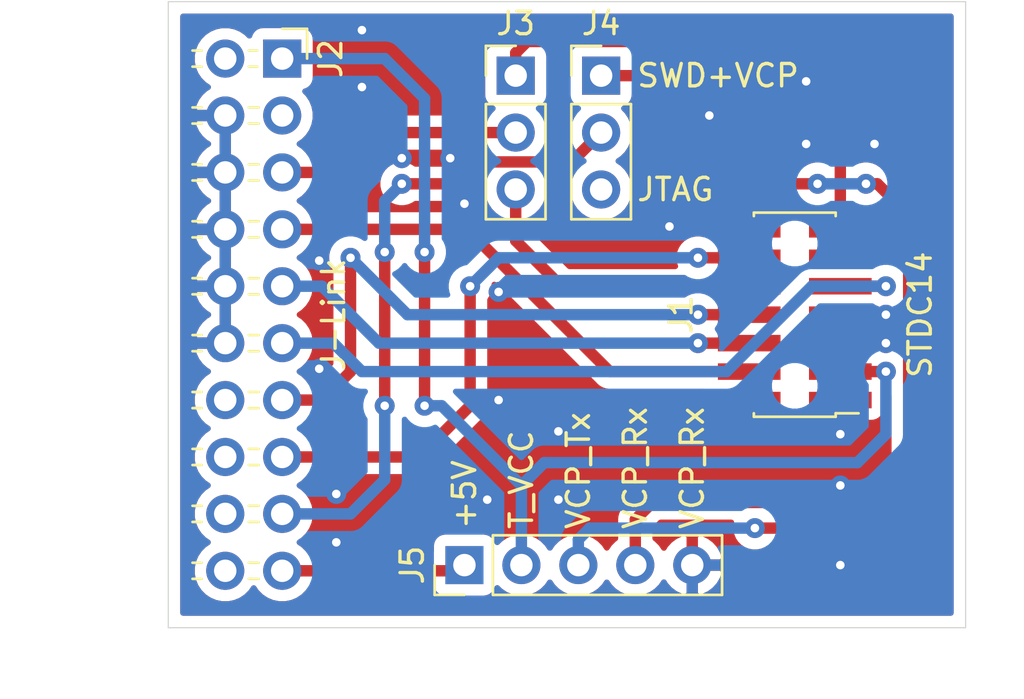
<source format=kicad_pcb>
(kicad_pcb (version 20171130) (host pcbnew 5.1.10-88a1d61d58~90~ubuntu21.04.1)

  (general
    (thickness 1.6)
    (drawings 15)
    (tracks 124)
    (zones 0)
    (modules 5)
    (nets 24)
  )

  (page USLetter)
  (layers
    (0 F.Cu signal)
    (31 B.Cu signal)
    (32 B.Adhes user)
    (33 F.Adhes user)
    (34 B.Paste user)
    (35 F.Paste user)
    (36 B.SilkS user)
    (37 F.SilkS user)
    (38 B.Mask user)
    (39 F.Mask user)
    (40 Dwgs.User user)
    (41 Cmts.User user)
    (42 Eco1.User user)
    (43 Eco2.User user)
    (44 Edge.Cuts user)
    (45 Margin user)
    (46 B.CrtYd user)
    (47 F.CrtYd user)
    (48 B.Fab user hide)
    (49 F.Fab user hide)
  )

  (setup
    (last_trace_width 0.254)
    (user_trace_width 0.127)
    (user_trace_width 0.254)
    (user_trace_width 0.508)
    (user_trace_width 0.762)
    (trace_clearance 0.127)
    (zone_clearance 0.508)
    (zone_45_only no)
    (trace_min 0.0889)
    (via_size 0.6858)
    (via_drill 0.3302)
    (via_min_size 0.45)
    (via_min_drill 0.2)
    (user_via 0.6096 0.3556)
    (user_via 0.8 0.4)
    (user_via 0.889 0.381)
    (uvia_size 0.6858)
    (uvia_drill 0.3302)
    (uvias_allowed no)
    (uvia_min_size 0.2)
    (uvia_min_drill 0.1)
    (edge_width 0.05)
    (segment_width 0.2)
    (pcb_text_width 0.3)
    (pcb_text_size 1.5 1.5)
    (mod_edge_width 0.12)
    (mod_text_size 1 1)
    (mod_text_width 0.15)
    (pad_size 1.524 1.524)
    (pad_drill 0.762)
    (pad_to_mask_clearance 0.05)
    (pad_to_paste_clearance_ratio -0.05)
    (aux_axis_origin 0 0)
    (visible_elements FFFFFF7F)
    (pcbplotparams
      (layerselection 0x010fc_ffffffff)
      (usegerberextensions false)
      (usegerberattributes true)
      (usegerberadvancedattributes true)
      (creategerberjobfile true)
      (excludeedgelayer true)
      (linewidth 0.100000)
      (plotframeref false)
      (viasonmask false)
      (mode 1)
      (useauxorigin false)
      (hpglpennumber 1)
      (hpglpenspeed 20)
      (hpglpendiameter 15.000000)
      (psnegative false)
      (psa4output false)
      (plotreference true)
      (plotvalue true)
      (plotinvisibletext false)
      (padsonsilk false)
      (subtractmaskfromsilk false)
      (outputformat 1)
      (mirror false)
      (drillshape 1)
      (scaleselection 1)
      (outputdirectory ""))
  )

  (net 0 "")
  (net 1 /T_VCP_TX)
  (net 2 /T_VCP_RX)
  (net 3 /~RST)
  (net 4 "Net-(J1-Pad11)")
  (net 5 /T_JTDI_NC)
  (net 6 /JRCLK_NC)
  (net 7 /JTDO_SWO)
  (net 8 GND)
  (net 9 /JCLK_SWCLK)
  (net 10 /JTMS_SWDIO)
  (net 11 /T_VCC)
  (net 12 "Net-(J1-Pad2)")
  (net 13 "Net-(J1-Pad1)")
  (net 14 "Net-(J2-Pad20)")
  (net 15 /V_SUPPLY)
  (net 16 "Net-(J2-Pad18)")
  (net 17 "Net-(J2-Pad16)")
  (net 18 "Net-(J2-Pad14)")
  (net 19 /JTDI_Tx)
  (net 20 "Net-(J2-Pad3)")
  (net 21 "Net-(J2-Pad2)")
  (net 22 /DBGRQ_Rx)
  (net 23 "Net-(J4-Pad3)")

  (net_class Default "This is the default net class."
    (clearance 0.127)
    (trace_width 0.254)
    (via_dia 0.6858)
    (via_drill 0.3302)
    (uvia_dia 0.6858)
    (uvia_drill 0.3302)
    (add_net /DBGRQ_Rx)
    (add_net /JCLK_SWCLK)
    (add_net /JRCLK_NC)
    (add_net /JTDI_Tx)
    (add_net /JTDO_SWO)
    (add_net /JTMS_SWDIO)
    (add_net /T_JTDI_NC)
    (add_net /T_VCC)
    (add_net /T_VCP_RX)
    (add_net /T_VCP_TX)
    (add_net /V_SUPPLY)
    (add_net /~RST)
    (add_net GND)
    (add_net "Net-(J1-Pad1)")
    (add_net "Net-(J1-Pad11)")
    (add_net "Net-(J1-Pad2)")
    (add_net "Net-(J2-Pad14)")
    (add_net "Net-(J2-Pad16)")
    (add_net "Net-(J2-Pad18)")
    (add_net "Net-(J2-Pad2)")
    (add_net "Net-(J2-Pad20)")
    (add_net "Net-(J2-Pad3)")
    (add_net "Net-(J4-Pad3)")
  )

  (module Connector_PinHeader_2.54mm:PinHeader_1x05_P2.54mm_Vertical locked (layer F.Cu) (tedit 59FED5CC) (tstamp 6156FD90)
    (at 85.598 87.376 90)
    (descr "Through hole straight pin header, 1x05, 2.54mm pitch, single row")
    (tags "Through hole pin header THT 1x05 2.54mm single row")
    (path /61585E3E)
    (fp_text reference J5 (at 0 -2.33 90) (layer F.SilkS)
      (effects (font (size 1 1) (thickness 0.15)))
    )
    (fp_text value "Serial Header" (at 0 12.49 90) (layer F.Fab)
      (effects (font (size 1 1) (thickness 0.15)))
    )
    (fp_line (start -0.635 -1.27) (end 1.27 -1.27) (layer F.Fab) (width 0.1))
    (fp_line (start 1.27 -1.27) (end 1.27 11.43) (layer F.Fab) (width 0.1))
    (fp_line (start 1.27 11.43) (end -1.27 11.43) (layer F.Fab) (width 0.1))
    (fp_line (start -1.27 11.43) (end -1.27 -0.635) (layer F.Fab) (width 0.1))
    (fp_line (start -1.27 -0.635) (end -0.635 -1.27) (layer F.Fab) (width 0.1))
    (fp_line (start -1.33 11.49) (end 1.33 11.49) (layer F.SilkS) (width 0.12))
    (fp_line (start -1.33 1.27) (end -1.33 11.49) (layer F.SilkS) (width 0.12))
    (fp_line (start 1.33 1.27) (end 1.33 11.49) (layer F.SilkS) (width 0.12))
    (fp_line (start -1.33 1.27) (end 1.33 1.27) (layer F.SilkS) (width 0.12))
    (fp_line (start -1.33 0) (end -1.33 -1.33) (layer F.SilkS) (width 0.12))
    (fp_line (start -1.33 -1.33) (end 0 -1.33) (layer F.SilkS) (width 0.12))
    (fp_line (start -1.8 -1.8) (end -1.8 11.95) (layer F.CrtYd) (width 0.05))
    (fp_line (start -1.8 11.95) (end 1.8 11.95) (layer F.CrtYd) (width 0.05))
    (fp_line (start 1.8 11.95) (end 1.8 -1.8) (layer F.CrtYd) (width 0.05))
    (fp_line (start 1.8 -1.8) (end -1.8 -1.8) (layer F.CrtYd) (width 0.05))
    (fp_text user %R (at 0 5.08) (layer F.Fab)
      (effects (font (size 1 1) (thickness 0.15)))
    )
    (pad 5 thru_hole oval (at 0 10.16 90) (size 1.7 1.7) (drill 1) (layers *.Cu *.Mask)
      (net 8 GND))
    (pad 4 thru_hole oval (at 0 7.62 90) (size 1.7 1.7) (drill 1) (layers *.Cu *.Mask)
      (net 2 /T_VCP_RX))
    (pad 3 thru_hole oval (at 0 5.08 90) (size 1.7 1.7) (drill 1) (layers *.Cu *.Mask)
      (net 1 /T_VCP_TX))
    (pad 2 thru_hole oval (at 0 2.54 90) (size 1.7 1.7) (drill 1) (layers *.Cu *.Mask)
      (net 11 /T_VCC))
    (pad 1 thru_hole rect (at 0 0 90) (size 1.7 1.7) (drill 1) (layers *.Cu *.Mask)
      (net 15 /V_SUPPLY))
    (model ${KISYS3DMOD}/Connector_PinHeader_2.54mm.3dshapes/PinHeader_1x05_P2.54mm_Vertical.wrl
      (at (xyz 0 0 0))
      (scale (xyz 1 1 1))
      (rotate (xyz 0 0 0))
    )
  )

  (module lib_fp:PinSocket_2x10_P2.54mm_Horizontal_Overhang locked (layer F.Cu) (tedit 61563001) (tstamp 6156369D)
    (at 76.2 76.2)
    (descr "Through hole angled socket strip, 2x10, 2.54mm pitch, 8.51mm socket length, double cols (from Kicad 4.0.7), script generated")
    (tags "Through hole angled socket strip THT 2x10 2.54mm double row")
    (path /6156CD5A)
    (fp_text reference J2 (at 3.429 -11.43 90) (layer F.SilkS)
      (effects (font (size 1 1) (thickness 0.15)))
    )
    (fp_text value J-Link (at 0 14.5) (layer F.Fab)
      (effects (font (size 1 1) (thickness 0.15)))
    )
    (fp_line (start 3.07 13.22) (end 3.07 -13.18) (layer F.CrtYd) (width 0.05))
    (fp_line (start -3.07 13.22) (end 3.07 13.22) (layer F.CrtYd) (width 0.05))
    (fp_line (start -3.07 -13.18) (end -3.07 13.22) (layer F.CrtYd) (width 0.05))
    (fp_line (start 3.07 -13.18) (end -3.07 -13.18) (layer F.CrtYd) (width 0.05))
    (fp_line (start 1.27 -12.76) (end 2.38 -12.76) (layer F.SilkS) (width 0.12))
    (fp_line (start 2.38 -12.76) (end 2.38 -11.43) (layer F.SilkS) (width 0.12))
    (fp_line (start -0.22 11.79) (end 0.22 11.79) (layer F.SilkS) (width 0.12))
    (fp_line (start -2.73 11.79) (end -2.32 11.79) (layer F.SilkS) (width 0.12))
    (fp_line (start -0.22 11.07) (end 0.22 11.07) (layer F.SilkS) (width 0.12))
    (fp_line (start -2.73 11.07) (end -2.32 11.07) (layer F.SilkS) (width 0.12))
    (fp_line (start -0.22 9.25) (end 0.22 9.25) (layer F.SilkS) (width 0.12))
    (fp_line (start -2.73 9.25) (end -2.32 9.25) (layer F.SilkS) (width 0.12))
    (fp_line (start -0.22 8.53) (end 0.22 8.53) (layer F.SilkS) (width 0.12))
    (fp_line (start -2.73 8.53) (end -2.32 8.53) (layer F.SilkS) (width 0.12))
    (fp_line (start -0.22 6.71) (end 0.22 6.71) (layer F.SilkS) (width 0.12))
    (fp_line (start -2.73 6.71) (end -2.32 6.71) (layer F.SilkS) (width 0.12))
    (fp_line (start -0.22 5.99) (end 0.22 5.99) (layer F.SilkS) (width 0.12))
    (fp_line (start -2.73 5.99) (end -2.32 5.99) (layer F.SilkS) (width 0.12))
    (fp_line (start -0.22 4.17) (end 0.22 4.17) (layer F.SilkS) (width 0.12))
    (fp_line (start -2.73 4.17) (end -2.32 4.17) (layer F.SilkS) (width 0.12))
    (fp_line (start -0.22 3.45) (end 0.22 3.45) (layer F.SilkS) (width 0.12))
    (fp_line (start -2.73 3.45) (end -2.32 3.45) (layer F.SilkS) (width 0.12))
    (fp_line (start -0.22 1.63) (end 0.22 1.63) (layer F.SilkS) (width 0.12))
    (fp_line (start -2.73 1.63) (end -2.32 1.63) (layer F.SilkS) (width 0.12))
    (fp_line (start -0.22 0.91) (end 0.22 0.91) (layer F.SilkS) (width 0.12))
    (fp_line (start -2.73 0.91) (end -2.32 0.91) (layer F.SilkS) (width 0.12))
    (fp_line (start -0.22 -0.91) (end 0.22 -0.91) (layer F.SilkS) (width 0.12))
    (fp_line (start -2.73 -0.91) (end -2.32 -0.91) (layer F.SilkS) (width 0.12))
    (fp_line (start -0.22 -1.63) (end 0.22 -1.63) (layer F.SilkS) (width 0.12))
    (fp_line (start -2.73 -1.63) (end -2.32 -1.63) (layer F.SilkS) (width 0.12))
    (fp_line (start -0.22 -3.45) (end 0.22 -3.45) (layer F.SilkS) (width 0.12))
    (fp_line (start -2.73 -3.45) (end -2.32 -3.45) (layer F.SilkS) (width 0.12))
    (fp_line (start -0.22 -4.17) (end 0.22 -4.17) (layer F.SilkS) (width 0.12))
    (fp_line (start -2.73 -4.17) (end -2.32 -4.17) (layer F.SilkS) (width 0.12))
    (fp_line (start -0.22 -5.99) (end 0.22 -5.99) (layer F.SilkS) (width 0.12))
    (fp_line (start -2.73 -5.99) (end -2.32 -5.99) (layer F.SilkS) (width 0.12))
    (fp_line (start -0.22 -6.71) (end 0.22 -6.71) (layer F.SilkS) (width 0.12))
    (fp_line (start -2.73 -6.71) (end -2.32 -6.71) (layer F.SilkS) (width 0.12))
    (fp_line (start -0.22 -8.53) (end 0.22 -8.53) (layer F.SilkS) (width 0.12))
    (fp_line (start -2.73 -8.53) (end -2.32 -8.53) (layer F.SilkS) (width 0.12))
    (fp_line (start -0.22 -9.25) (end 0.22 -9.25) (layer F.SilkS) (width 0.12))
    (fp_line (start -2.73 -9.25) (end -2.32 -9.25) (layer F.SilkS) (width 0.12))
    (fp_line (start -0.22 -11.07) (end 0.16 -11.07) (layer F.SilkS) (width 0.12))
    (fp_line (start -2.73 -11.07) (end -2.32 -11.07) (layer F.SilkS) (width 0.12))
    (fp_line (start -0.22 -11.79) (end 0.16 -11.79) (layer F.SilkS) (width 0.12))
    (fp_line (start -2.73 -11.79) (end -2.32 -11.79) (layer F.SilkS) (width 0.12))
    (fp_line (start 1.27 11.73) (end 1.27 11.13) (layer F.Fab) (width 0.1))
    (fp_line (start -2.79 11.73) (end 1.27 11.73) (layer F.Fab) (width 0.1))
    (fp_line (start 1.27 11.13) (end -2.79 11.13) (layer F.Fab) (width 0.1))
    (fp_line (start 1.27 9.19) (end 1.27 8.59) (layer F.Fab) (width 0.1))
    (fp_line (start -2.79 9.19) (end 1.27 9.19) (layer F.Fab) (width 0.1))
    (fp_line (start 1.27 8.59) (end -2.79 8.59) (layer F.Fab) (width 0.1))
    (fp_line (start 1.27 6.65) (end 1.27 6.05) (layer F.Fab) (width 0.1))
    (fp_line (start -2.79 6.65) (end 1.27 6.65) (layer F.Fab) (width 0.1))
    (fp_line (start 1.27 6.05) (end -2.79 6.05) (layer F.Fab) (width 0.1))
    (fp_line (start 1.27 4.11) (end 1.27 3.51) (layer F.Fab) (width 0.1))
    (fp_line (start -2.79 4.11) (end 1.27 4.11) (layer F.Fab) (width 0.1))
    (fp_line (start 1.27 3.51) (end -2.79 3.51) (layer F.Fab) (width 0.1))
    (fp_line (start 1.27 1.57) (end 1.27 0.97) (layer F.Fab) (width 0.1))
    (fp_line (start -2.79 1.57) (end 1.27 1.57) (layer F.Fab) (width 0.1))
    (fp_line (start 1.27 0.97) (end -2.79 0.97) (layer F.Fab) (width 0.1))
    (fp_line (start 1.27 -0.97) (end 1.27 -1.57) (layer F.Fab) (width 0.1))
    (fp_line (start -2.79 -0.97) (end 1.27 -0.97) (layer F.Fab) (width 0.1))
    (fp_line (start 1.27 -1.57) (end -2.79 -1.57) (layer F.Fab) (width 0.1))
    (fp_line (start 1.27 -3.51) (end 1.27 -4.11) (layer F.Fab) (width 0.1))
    (fp_line (start -2.79 -3.51) (end 1.27 -3.51) (layer F.Fab) (width 0.1))
    (fp_line (start 1.27 -4.11) (end -2.79 -4.11) (layer F.Fab) (width 0.1))
    (fp_line (start 1.27 -6.05) (end 1.27 -6.65) (layer F.Fab) (width 0.1))
    (fp_line (start -2.79 -6.05) (end 1.27 -6.05) (layer F.Fab) (width 0.1))
    (fp_line (start 1.27 -6.65) (end -2.79 -6.65) (layer F.Fab) (width 0.1))
    (fp_line (start 1.27 -8.59) (end 1.27 -9.19) (layer F.Fab) (width 0.1))
    (fp_line (start -2.79 -8.59) (end 1.27 -8.59) (layer F.Fab) (width 0.1))
    (fp_line (start 1.27 -9.19) (end -2.79 -9.19) (layer F.Fab) (width 0.1))
    (fp_line (start 1.27 -11.13) (end 1.27 -11.73) (layer F.Fab) (width 0.1))
    (fp_line (start -2.79 -11.13) (end 1.27 -11.13) (layer F.Fab) (width 0.1))
    (fp_line (start 1.27 -11.73) (end -2.79 -11.73) (layer F.Fab) (width 0.1))
    (fp_text user %R (at 4.1 0 90) (layer F.Fab)
      (effects (font (size 1 1) (thickness 0.15)))
    )
    (pad 20 thru_hole oval (at -1.27 11.43) (size 1.7 1.7) (drill 1) (layers *.Cu *.Mask)
      (net 14 "Net-(J2-Pad20)"))
    (pad 19 thru_hole oval (at 1.27 11.43) (size 1.7 1.7) (drill 1) (layers *.Cu *.Mask)
      (net 15 /V_SUPPLY))
    (pad 18 thru_hole oval (at -1.27 8.89) (size 1.7 1.7) (drill 1) (layers *.Cu *.Mask)
      (net 16 "Net-(J2-Pad18)"))
    (pad 17 thru_hole oval (at 1.27 8.89) (size 1.7 1.7) (drill 1) (layers *.Cu *.Mask)
      (net 22 /DBGRQ_Rx))
    (pad 16 thru_hole oval (at -1.27 6.35) (size 1.7 1.7) (drill 1) (layers *.Cu *.Mask)
      (net 17 "Net-(J2-Pad16)"))
    (pad 15 thru_hole oval (at 1.27 6.35) (size 1.7 1.7) (drill 1) (layers *.Cu *.Mask)
      (net 3 /~RST))
    (pad 14 thru_hole oval (at -1.27 3.81) (size 1.7 1.7) (drill 1) (layers *.Cu *.Mask)
      (net 18 "Net-(J2-Pad14)"))
    (pad 13 thru_hole oval (at 1.27 3.81) (size 1.7 1.7) (drill 1) (layers *.Cu *.Mask)
      (net 7 /JTDO_SWO))
    (pad 12 thru_hole oval (at -1.27 1.27) (size 1.7 1.7) (drill 1) (layers *.Cu *.Mask)
      (net 8 GND))
    (pad 11 thru_hole oval (at 1.27 1.27) (size 1.7 1.7) (drill 1) (layers *.Cu *.Mask)
      (net 6 /JRCLK_NC))
    (pad 10 thru_hole oval (at -1.27 -1.27) (size 1.7 1.7) (drill 1) (layers *.Cu *.Mask)
      (net 8 GND))
    (pad 9 thru_hole oval (at 1.27 -1.27) (size 1.7 1.7) (drill 1) (layers *.Cu *.Mask)
      (net 9 /JCLK_SWCLK))
    (pad 8 thru_hole oval (at -1.27 -3.81) (size 1.7 1.7) (drill 1) (layers *.Cu *.Mask)
      (net 8 GND))
    (pad 7 thru_hole oval (at 1.27 -3.81) (size 1.7 1.7) (drill 1) (layers *.Cu *.Mask)
      (net 10 /JTMS_SWDIO))
    (pad 6 thru_hole oval (at -1.27 -6.35) (size 1.7 1.7) (drill 1) (layers *.Cu *.Mask)
      (net 8 GND))
    (pad 5 thru_hole oval (at 1.27 -6.35) (size 1.7 1.7) (drill 1) (layers *.Cu *.Mask)
      (net 19 /JTDI_Tx))
    (pad 4 thru_hole oval (at -1.27 -8.89) (size 1.7 1.7) (drill 1) (layers *.Cu *.Mask)
      (net 8 GND))
    (pad 3 thru_hole oval (at 1.27 -8.89) (size 1.7 1.7) (drill 1) (layers *.Cu *.Mask)
      (net 20 "Net-(J2-Pad3)"))
    (pad 2 thru_hole oval (at -1.27 -11.43) (size 1.7 1.7) (drill 1) (layers *.Cu *.Mask)
      (net 21 "Net-(J2-Pad2)"))
    (pad 1 thru_hole rect (at 1.27 -11.43) (size 1.7 1.7) (drill 1) (layers *.Cu *.Mask)
      (net 11 /T_VCC))
    (model ${KISYS3DMOD}/Connector_PinSocket_2.54mm.3dshapes/PinSocket_2x10_P2.54mm_Horizontal.wrl
      (offset (xyz 1.27 11.43 0))
      (scale (xyz 1 1 1))
      (rotate (xyz 0 0 0))
    )
  )

  (module Connector_PinHeader_2.54mm:PinHeader_1x03_P2.54mm_Vertical (layer F.Cu) (tedit 59FED5CC) (tstamp 61563239)
    (at 91.694 65.532)
    (descr "Through hole straight pin header, 1x03, 2.54mm pitch, single row")
    (tags "Through hole pin header THT 1x03 2.54mm single row")
    (path /61563632)
    (fp_text reference J4 (at 0 -2.33) (layer F.SilkS)
      (effects (font (size 1 1) (thickness 0.15)))
    )
    (fp_text value "Mode Jumper" (at 0 7.41) (layer F.Fab)
      (effects (font (size 1 1) (thickness 0.15)))
    )
    (fp_line (start -0.635 -1.27) (end 1.27 -1.27) (layer F.Fab) (width 0.1))
    (fp_line (start 1.27 -1.27) (end 1.27 6.35) (layer F.Fab) (width 0.1))
    (fp_line (start 1.27 6.35) (end -1.27 6.35) (layer F.Fab) (width 0.1))
    (fp_line (start -1.27 6.35) (end -1.27 -0.635) (layer F.Fab) (width 0.1))
    (fp_line (start -1.27 -0.635) (end -0.635 -1.27) (layer F.Fab) (width 0.1))
    (fp_line (start -1.33 6.41) (end 1.33 6.41) (layer F.SilkS) (width 0.12))
    (fp_line (start -1.33 1.27) (end -1.33 6.41) (layer F.SilkS) (width 0.12))
    (fp_line (start 1.33 1.27) (end 1.33 6.41) (layer F.SilkS) (width 0.12))
    (fp_line (start -1.33 1.27) (end 1.33 1.27) (layer F.SilkS) (width 0.12))
    (fp_line (start -1.33 0) (end -1.33 -1.33) (layer F.SilkS) (width 0.12))
    (fp_line (start -1.33 -1.33) (end 0 -1.33) (layer F.SilkS) (width 0.12))
    (fp_line (start -1.8 -1.8) (end -1.8 6.85) (layer F.CrtYd) (width 0.05))
    (fp_line (start -1.8 6.85) (end 1.8 6.85) (layer F.CrtYd) (width 0.05))
    (fp_line (start 1.8 6.85) (end 1.8 -1.8) (layer F.CrtYd) (width 0.05))
    (fp_line (start 1.8 -1.8) (end -1.8 -1.8) (layer F.CrtYd) (width 0.05))
    (fp_text user %R (at 0 2.54 90) (layer F.Fab)
      (effects (font (size 1 1) (thickness 0.15)))
    )
    (pad 3 thru_hole oval (at 0 5.08) (size 1.7 1.7) (drill 1) (layers *.Cu *.Mask)
      (net 23 "Net-(J4-Pad3)"))
    (pad 2 thru_hole oval (at 0 2.54) (size 1.7 1.7) (drill 1) (layers *.Cu *.Mask)
      (net 22 /DBGRQ_Rx))
    (pad 1 thru_hole rect (at 0 0) (size 1.7 1.7) (drill 1) (layers *.Cu *.Mask)
      (net 1 /T_VCP_TX))
    (model ${KISYS3DMOD}/Connector_PinHeader_2.54mm.3dshapes/PinHeader_1x03_P2.54mm_Vertical.wrl
      (at (xyz 0 0 0))
      (scale (xyz 1 1 1))
      (rotate (xyz 0 0 0))
    )
  )

  (module Connector_PinHeader_2.54mm:PinHeader_1x03_P2.54mm_Vertical (layer F.Cu) (tedit 59FED5CC) (tstamp 6155A28E)
    (at 87.884 65.532)
    (descr "Through hole straight pin header, 1x03, 2.54mm pitch, single row")
    (tags "Through hole pin header THT 1x03 2.54mm single row")
    (path /6157BADB)
    (fp_text reference J3 (at 0 -2.33) (layer F.SilkS)
      (effects (font (size 1 1) (thickness 0.15)))
    )
    (fp_text value "Mode Jumper" (at 0 7.41) (layer F.Fab)
      (effects (font (size 1 1) (thickness 0.15)))
    )
    (fp_line (start 1.8 -1.8) (end -1.8 -1.8) (layer F.CrtYd) (width 0.05))
    (fp_line (start 1.8 6.85) (end 1.8 -1.8) (layer F.CrtYd) (width 0.05))
    (fp_line (start -1.8 6.85) (end 1.8 6.85) (layer F.CrtYd) (width 0.05))
    (fp_line (start -1.8 -1.8) (end -1.8 6.85) (layer F.CrtYd) (width 0.05))
    (fp_line (start -1.33 -1.33) (end 0 -1.33) (layer F.SilkS) (width 0.12))
    (fp_line (start -1.33 0) (end -1.33 -1.33) (layer F.SilkS) (width 0.12))
    (fp_line (start -1.33 1.27) (end 1.33 1.27) (layer F.SilkS) (width 0.12))
    (fp_line (start 1.33 1.27) (end 1.33 6.41) (layer F.SilkS) (width 0.12))
    (fp_line (start -1.33 1.27) (end -1.33 6.41) (layer F.SilkS) (width 0.12))
    (fp_line (start -1.33 6.41) (end 1.33 6.41) (layer F.SilkS) (width 0.12))
    (fp_line (start -1.27 -0.635) (end -0.635 -1.27) (layer F.Fab) (width 0.1))
    (fp_line (start -1.27 6.35) (end -1.27 -0.635) (layer F.Fab) (width 0.1))
    (fp_line (start 1.27 6.35) (end -1.27 6.35) (layer F.Fab) (width 0.1))
    (fp_line (start 1.27 -1.27) (end 1.27 6.35) (layer F.Fab) (width 0.1))
    (fp_line (start -0.635 -1.27) (end 1.27 -1.27) (layer F.Fab) (width 0.1))
    (fp_text user %R (at 0 2.54 -270) (layer F.Fab)
      (effects (font (size 1 1) (thickness 0.15)))
    )
    (pad 3 thru_hole oval (at 0 5.08) (size 1.7 1.7) (drill 1) (layers *.Cu *.Mask)
      (net 5 /T_JTDI_NC))
    (pad 2 thru_hole oval (at 0 2.54) (size 1.7 1.7) (drill 1) (layers *.Cu *.Mask)
      (net 19 /JTDI_Tx))
    (pad 1 thru_hole rect (at 0 0) (size 1.7 1.7) (drill 1) (layers *.Cu *.Mask)
      (net 2 /T_VCP_RX))
    (model ${KISYS3DMOD}/Connector_PinHeader_2.54mm.3dshapes/PinHeader_1x03_P2.54mm_Vertical.wrl
      (at (xyz 0 0 0))
      (scale (xyz 1 1 1))
      (rotate (xyz 0 0 0))
    )
  )

  (module lib_fp:Samtec_FTSH-107-01-L-DV-K-A_2x07_P1.27mm locked (layer F.Cu) (tedit 61554151) (tstamp 6155A578)
    (at 100.33 76.2 90)
    (descr "Samtec FTSH .050\" SMT Micro Header, FTSH-1XX-XX-XXX-DV-XXX-XXX (http://suddendocs.samtec.com/prints/ftsh-1xx-xx-xxx-dv-xxx-footprint.pdf)")
    (tags "connector Samtec HLE top entry")
    (path /615546ED)
    (attr smd)
    (fp_text reference J1 (at 0 -5.08 90) (layer F.SilkS)
      (effects (font (size 1 1) (thickness 0.15)))
    )
    (fp_text value STDC14 (at 0 5.08 90) (layer F.Fab)
      (effects (font (size 1 1) (thickness 0.15)))
    )
    (fp_line (start -5.08 3.81) (end -5.08 -3.81) (layer F.CrtYd) (width 0.05))
    (fp_line (start 5.08 3.81) (end -5.08 3.81) (layer F.CrtYd) (width 0.05))
    (fp_line (start 5.08 -3.81) (end 5.08 3.81) (layer F.CrtYd) (width 0.05))
    (fp_line (start -5.08 -3.81) (end 5.08 -3.81) (layer F.CrtYd) (width 0.05))
    (fp_line (start 4.555 1.8245) (end 4.4 1.8245) (layer F.SilkS) (width 0.12))
    (fp_line (start 4.555 -1.8245) (end 4.555 1.8245) (layer F.SilkS) (width 0.12))
    (fp_line (start 4.4 -1.8245) (end 4.555 -1.8245) (layer F.SilkS) (width 0.12))
    (fp_line (start -4.555 -1.8245) (end -4.4 -1.8245) (layer F.SilkS) (width 0.12))
    (fp_line (start -4.555 -1.8245) (end -4.555 1.8245) (layer F.SilkS) (width 0.12))
    (fp_line (start -4.4 1.8245) (end -4.555 1.8245) (layer F.SilkS) (width 0.12))
    (fp_line (start -4.4 1.8245) (end -4.4 2.8445) (layer F.SilkS) (width 0.12))
    (fp_line (start -4.445 1.7145) (end -4.445 -1.7145) (layer F.Fab) (width 0.1))
    (fp_line (start 4.445 1.7145) (end -4.445 1.7145) (layer F.Fab) (width 0.1))
    (fp_line (start 4.445 -1.7145) (end 4.445 1.7145) (layer F.Fab) (width 0.1))
    (fp_line (start -4.445 -1.7145) (end 4.445 -1.7145) (layer F.Fab) (width 0.1))
    (fp_text user %R (at 0 0 90) (layer F.Fab)
      (effects (font (size 1 1) (thickness 0.15)))
    )
    (pad 14 smd rect (at 3.81 -2.032 90) (size 0.7366 2.794) (layers F.Cu F.Paste F.Mask)
      (net 1 /T_VCP_TX))
    (pad 13 smd rect (at 3.81 2.032 90) (size 0.7366 2.794) (layers F.Cu F.Paste F.Mask)
      (net 2 /T_VCP_RX))
    (pad 12 smd rect (at 2.54 -2.032 90) (size 0.7366 2.794) (layers F.Cu F.Paste F.Mask)
      (net 3 /~RST))
    (pad 11 smd rect (at 2.54 2.032 90) (size 0.7366 2.794) (layers F.Cu F.Paste F.Mask)
      (net 4 "Net-(J1-Pad11)"))
    (pad 10 smd rect (at 1.27 -2.032 90) (size 0.7366 2.794) (layers F.Cu F.Paste F.Mask)
      (net 5 /T_JTDI_NC))
    (pad 9 smd rect (at 1.27 2.032 90) (size 0.7366 2.794) (layers F.Cu F.Paste F.Mask)
      (net 6 /JRCLK_NC))
    (pad 8 smd rect (at 0 -2.032 90) (size 0.7366 2.794) (layers F.Cu F.Paste F.Mask)
      (net 7 /JTDO_SWO))
    (pad 7 smd rect (at 0 2.032 90) (size 0.7366 2.794) (layers F.Cu F.Paste F.Mask)
      (net 8 GND))
    (pad 6 smd rect (at -1.27 -2.032 90) (size 0.7366 2.794) (layers F.Cu F.Paste F.Mask)
      (net 9 /JCLK_SWCLK))
    (pad 5 smd rect (at -1.27 2.032 90) (size 0.7366 2.794) (layers F.Cu F.Paste F.Mask)
      (net 8 GND))
    (pad 4 smd rect (at -2.54 -2.032 90) (size 0.7366 2.794) (layers F.Cu F.Paste F.Mask)
      (net 10 /JTMS_SWDIO))
    (pad 3 smd rect (at -2.54 2.032 90) (size 0.7366 2.794) (layers F.Cu F.Paste F.Mask)
      (net 11 /T_VCC))
    (pad 2 smd rect (at -3.81 -2.032 90) (size 0.7366 2.794) (layers F.Cu F.Paste F.Mask)
      (net 12 "Net-(J1-Pad2)"))
    (pad 1 smd rect (at -3.81 2.032 90) (size 0.7366 2.794) (layers F.Cu F.Paste F.Mask)
      (net 13 "Net-(J1-Pad1)"))
    (pad "" np_thru_hole circle (at 3.175 0 90) (size 1.016 1.016) (drill 1.016) (layers *.Cu *.Mask))
    (pad "" np_thru_hole circle (at -3.175 0 90) (size 1.016 1.016) (drill 1.016) (layers *.Cu *.Mask))
    (model ${KIPRJMOD}/modules/packages3d/lib_fp.3dshapes/FTSH-107-01-L-DV-K-A.step
      (at (xyz 0 0 0))
      (scale (xyz 1 1 1))
      (rotate (xyz -90 0 0))
    )
  )

  (gr_text VCP_Rx (at 95.758 85.852 90) (layer F.SilkS) (tstamp 61570E68)
    (effects (font (size 1 1) (thickness 0.15)) (justify left))
  )
  (gr_text VCP_Rx (at 93.218 85.852 90) (layer F.SilkS) (tstamp 61570DEB)
    (effects (font (size 1 1) (thickness 0.15)) (justify left))
  )
  (gr_text VCP_Tx (at 90.678 85.852 90) (layer F.SilkS) (tstamp 61570DE7)
    (effects (font (size 1 1) (thickness 0.15)) (justify left))
  )
  (gr_text T_VCC (at 88.138 85.852 90) (layer F.SilkS)
    (effects (font (size 1 1) (thickness 0.15)) (justify left))
  )
  (gr_text +5V (at 85.598 85.852 90) (layer F.SilkS)
    (effects (font (size 1 1) (thickness 0.15)) (justify left))
  )
  (gr_text JTAG (at 93.218 70.612) (layer F.SilkS)
    (effects (font (size 1 1) (thickness 0.15)) (justify left))
  )
  (gr_text SWD+VCP (at 93.218 65.532) (layer F.SilkS)
    (effects (font (size 1 1) (thickness 0.15)) (justify left))
  )
  (gr_text STDC14 (at 105.918 76.2 90) (layer F.SilkS)
    (effects (font (size 1 1) (thickness 0.15)))
  )
  (gr_text J-Link (at 79.756 76.2 90) (layer F.SilkS)
    (effects (font (size 1 1) (thickness 0.15)))
  )
  (dimension 38.1 (width 0.15) (layer Cmts.User)
    (gr_text "38.100 mm" (at 91.44 94.009999) (layer Cmts.User)
      (effects (font (size 1 1) (thickness 0.15)))
    )
    (feature1 (pts (xy 110.49 91.44) (xy 110.49 93.29642)))
    (feature2 (pts (xy 72.39 91.44) (xy 72.39 93.29642)))
    (crossbar (pts (xy 72.39 92.709999) (xy 110.49 92.709999)))
    (arrow1a (pts (xy 110.49 92.709999) (xy 109.363496 93.29642)))
    (arrow1b (pts (xy 110.49 92.709999) (xy 109.363496 92.123578)))
    (arrow2a (pts (xy 72.39 92.709999) (xy 73.516504 93.29642)))
    (arrow2b (pts (xy 72.39 92.709999) (xy 73.516504 92.123578)))
  )
  (dimension 27.94 (width 0.15) (layer Cmts.User)
    (gr_text "27.940 mm" (at 68.550001 76.2 270) (layer Cmts.User)
      (effects (font (size 1 1) (thickness 0.15)))
    )
    (feature1 (pts (xy 71.12 90.17) (xy 69.26358 90.17)))
    (feature2 (pts (xy 71.12 62.23) (xy 69.26358 62.23)))
    (crossbar (pts (xy 69.850001 62.23) (xy 69.850001 90.17)))
    (arrow1a (pts (xy 69.850001 90.17) (xy 69.26358 89.043496)))
    (arrow1b (pts (xy 69.850001 90.17) (xy 70.436422 89.043496)))
    (arrow2a (pts (xy 69.850001 62.23) (xy 69.26358 63.356504)))
    (arrow2b (pts (xy 69.850001 62.23) (xy 70.436422 63.356504)))
  )
  (gr_line (start 107.95 90.17) (end 72.39 90.17) (layer Edge.Cuts) (width 0.05) (tstamp 6156FBB3))
  (gr_line (start 107.95 62.23) (end 107.95 90.17) (layer Edge.Cuts) (width 0.05))
  (gr_line (start 72.39 62.23) (end 107.95 62.23) (layer Edge.Cuts) (width 0.05))
  (gr_line (start 72.39 62.23) (end 72.39 90.17) (layer Edge.Cuts) (width 0.05))

  (segment (start 98.298 70.612) (end 98.298 72.39) (width 0.508) (layer F.Cu) (net 1) (tstamp 6156FF1E) (status 20))
  (segment (start 97.282 65.532) (end 98.298 66.548) (width 0.508) (layer F.Cu) (net 1))
  (segment (start 97.282 65.532) (end 91.694 65.532) (width 0.508) (layer F.Cu) (net 1) (status 20))
  (via (at 101.346 70.358) (size 0.889) (drill 0.381) (layers F.Cu B.Cu) (net 1))
  (segment (start 98.298 70.358) (end 101.346 70.358) (width 0.508) (layer F.Cu) (net 1))
  (segment (start 98.298 66.548) (end 98.298 70.358) (width 0.508) (layer F.Cu) (net 1))
  (segment (start 98.298 70.358) (end 98.298 70.612) (width 0.508) (layer F.Cu) (net 1))
  (via (at 103.505 70.358) (size 0.889) (drill 0.381) (layers F.Cu B.Cu) (net 1))
  (segment (start 101.346 70.358) (end 103.505 70.358) (width 0.508) (layer B.Cu) (net 1))
  (segment (start 103.505 70.358) (end 104.013 70.358) (width 0.508) (layer F.Cu) (net 1))
  (segment (start 104.013 70.358) (end 106.172 72.517) (width 0.508) (layer F.Cu) (net 1))
  (segment (start 106.172 72.517) (end 106.172 83.312) (width 0.508) (layer F.Cu) (net 1))
  (via (at 98.552 85.725) (size 0.889) (drill 0.381) (layers F.Cu B.Cu) (net 1))
  (segment (start 103.759 85.725) (end 98.552 85.725) (width 0.508) (layer F.Cu) (net 1))
  (segment (start 106.172 83.312) (end 103.759 85.725) (width 0.508) (layer F.Cu) (net 1))
  (segment (start 91.186 85.725) (end 90.678 86.233) (width 0.508) (layer B.Cu) (net 1))
  (segment (start 90.678 86.233) (end 90.678 87.376) (width 0.508) (layer B.Cu) (net 1))
  (segment (start 98.552 85.725) (end 91.186 85.725) (width 0.508) (layer B.Cu) (net 1))
  (segment (start 102.362 72.39) (end 104.648 72.39) (width 0.508) (layer F.Cu) (net 2) (status 10))
  (segment (start 104.648 72.39) (end 105.41 73.152) (width 0.508) (layer F.Cu) (net 2))
  (segment (start 105.41 73.152) (end 105.41 82.804) (width 0.508) (layer F.Cu) (net 2))
  (segment (start 105.41 82.804) (end 103.632 84.582) (width 0.508) (layer F.Cu) (net 2))
  (segment (start 102.362 65.278) (end 102.362 72.39) (width 0.508) (layer F.Cu) (net 2) (status 20))
  (segment (start 88.392 64.008) (end 101.092 64.008) (width 0.508) (layer F.Cu) (net 2))
  (segment (start 101.092 64.008) (end 102.362 65.278) (width 0.508) (layer F.Cu) (net 2))
  (segment (start 87.884 64.516) (end 88.392 64.008) (width 0.508) (layer F.Cu) (net 2))
  (segment (start 87.884 65.532) (end 87.884 64.516) (width 0.508) (layer F.Cu) (net 2) (status 10))
  (segment (start 103.632 84.582) (end 93.98 84.582) (width 0.508) (layer F.Cu) (net 2))
  (segment (start 93.218 85.344) (end 93.218 87.376) (width 0.508) (layer F.Cu) (net 2))
  (segment (start 93.98 84.582) (end 93.218 85.344) (width 0.508) (layer F.Cu) (net 2))
  (via (at 96.012 73.66) (size 0.889) (drill 0.381) (layers F.Cu B.Cu) (net 3))
  (segment (start 96.012 73.66) (end 98.298 73.66) (width 0.508) (layer F.Cu) (net 3) (status 20))
  (segment (start 87.122 73.66) (end 85.852 74.93) (width 0.508) (layer B.Cu) (net 3))
  (segment (start 96.012 73.66) (end 87.122 73.66) (width 0.508) (layer B.Cu) (net 3))
  (segment (start 85.852 80.264) (end 85.852 74.93) (width 0.508) (layer F.Cu) (net 3))
  (segment (start 83.566 82.55) (end 85.852 80.264) (width 0.508) (layer F.Cu) (net 3))
  (segment (start 77.47 82.55) (end 83.566 82.55) (width 0.508) (layer F.Cu) (net 3) (status 10))
  (via (at 85.852 74.93) (size 0.889) (drill 0.381) (layers F.Cu B.Cu) (net 3))
  (segment (start 89.916 74.93) (end 98.298 74.93) (width 0.508) (layer F.Cu) (net 5) (status 20))
  (segment (start 87.884 72.898) (end 89.916 74.93) (width 0.508) (layer F.Cu) (net 5))
  (segment (start 87.884 72.898) (end 87.884 70.612) (width 0.508) (layer F.Cu) (net 5) (status 20))
  (via (at 104.394 74.93) (size 0.889) (drill 0.381) (layers F.Cu B.Cu) (net 6))
  (segment (start 104.394 74.93) (end 102.362 74.93) (width 0.508) (layer F.Cu) (net 6) (status 20))
  (segment (start 101.092 74.93) (end 104.394 74.93) (width 0.508) (layer B.Cu) (net 6))
  (segment (start 97.282 78.74) (end 101.092 74.93) (width 0.508) (layer B.Cu) (net 6))
  (segment (start 79.756 77.47) (end 81.026 78.74) (width 0.508) (layer B.Cu) (net 6))
  (segment (start 81.026 78.74) (end 97.282 78.74) (width 0.508) (layer B.Cu) (net 6))
  (segment (start 77.47 77.47) (end 79.756 77.47) (width 0.508) (layer B.Cu) (net 6))
  (segment (start 77.47 80.01) (end 79.248 80.01) (width 0.508) (layer F.Cu) (net 7) (status 10))
  (via (at 80.518 73.66) (size 0.889) (drill 0.381) (layers F.Cu B.Cu) (net 7))
  (segment (start 80.518 78.74) (end 80.518 73.66) (width 0.508) (layer F.Cu) (net 7))
  (segment (start 79.248 80.01) (end 80.518 78.74) (width 0.508) (layer F.Cu) (net 7))
  (via (at 96.012 76.2) (size 0.889) (drill 0.381) (layers F.Cu B.Cu) (net 7))
  (segment (start 96.012 76.2) (end 98.298 76.2) (width 0.508) (layer F.Cu) (net 7) (status 20))
  (segment (start 83.058 76.2) (end 96.012 76.2) (width 0.508) (layer B.Cu) (net 7))
  (segment (start 80.518 73.66) (end 83.058 76.2) (width 0.508) (layer B.Cu) (net 7))
  (via (at 79.883 84.201) (size 0.889) (drill 0.381) (layers F.Cu B.Cu) (net 8))
  (via (at 104.394 77.47) (size 0.889) (drill 0.381) (layers F.Cu B.Cu) (net 8))
  (segment (start 102.362 77.47) (end 104.394 77.47) (width 0.508) (layer F.Cu) (net 8) (status 10))
  (via (at 104.394 76.2) (size 0.889) (drill 0.381) (layers F.Cu B.Cu) (net 8))
  (segment (start 102.362 76.2) (end 104.394 76.2) (width 0.508) (layer F.Cu) (net 8) (status 10))
  (via (at 84.963 69.215) (size 0.889) (drill 0.381) (layers F.Cu B.Cu) (net 8))
  (via (at 82.804 69.215) (size 0.889) (drill 0.381) (layers F.Cu B.Cu) (net 8))
  (via (at 81.026 66.04) (size 0.889) (drill 0.381) (layers F.Cu B.Cu) (net 8))
  (via (at 81.026 63.5) (size 0.889) (drill 0.381) (layers F.Cu B.Cu) (net 8))
  (via (at 79.883 86.36) (size 0.889) (drill 0.381) (layers F.Cu B.Cu) (net 8))
  (via (at 79.121 78.613) (size 0.889) (drill 0.381) (layers F.Cu B.Cu) (net 8))
  (via (at 79.121 73.787) (size 0.889) (drill 0.381) (layers F.Cu B.Cu) (net 8))
  (segment (start 79.121 73.787) (end 79.121 78.613) (width 0.508) (layer F.Cu) (net 8))
  (via (at 89.789 84.455) (size 0.889) (drill 0.381) (layers F.Cu B.Cu) (net 8))
  (via (at 89.789 81.407) (size 0.889) (drill 0.381) (layers F.Cu B.Cu) (net 8))
  (via (at 86.614 84.455) (size 0.889) (drill 0.381) (layers F.Cu B.Cu) (net 8))
  (via (at 102.362 83.82) (size 0.889) (drill 0.381) (layers F.Cu B.Cu) (net 8))
  (via (at 102.362 81.534) (size 0.889) (drill 0.381) (layers F.Cu B.Cu) (net 8))
  (via (at 87.122 80.01) (size 0.889) (drill 0.381) (layers F.Cu B.Cu) (net 8))
  (via (at 87.122 75.184) (size 0.889) (drill 0.381) (layers F.Cu B.Cu) (net 8))
  (via (at 85.598 71.247) (size 0.889) (drill 0.381) (layers F.Cu B.Cu) (net 8))
  (via (at 94.742 72.263) (size 0.889) (drill 0.381) (layers F.Cu B.Cu) (net 8))
  (via (at 96.52 67.31) (size 0.889) (drill 0.381) (layers F.Cu B.Cu) (net 8))
  (via (at 100.838 65.786) (size 0.889) (drill 0.381) (layers F.Cu B.Cu) (net 8))
  (via (at 100.838 68.58) (size 0.889) (drill 0.381) (layers F.Cu B.Cu) (net 8))
  (via (at 103.886 68.58) (size 0.889) (drill 0.381) (layers F.Cu B.Cu) (net 8))
  (via (at 102.362 87.376) (size 0.889) (drill 0.381) (layers F.Cu B.Cu) (net 8))
  (via (at 96.012 77.47) (size 0.889) (drill 0.381) (layers F.Cu B.Cu) (net 9))
  (segment (start 96.012 77.47) (end 98.298 77.47) (width 0.508) (layer F.Cu) (net 9) (status 20))
  (segment (start 81.788 77.47) (end 96.012 77.47) (width 0.508) (layer B.Cu) (net 9))
  (segment (start 79.248 74.93) (end 81.788 77.47) (width 0.508) (layer B.Cu) (net 9))
  (segment (start 77.47 74.93) (end 79.248 74.93) (width 0.508) (layer B.Cu) (net 9) (status 10))
  (segment (start 92.075 78.74) (end 98.298 78.74) (width 0.508) (layer F.Cu) (net 10))
  (segment (start 85.725 72.39) (end 92.075 78.74) (width 0.508) (layer F.Cu) (net 10))
  (segment (start 77.47 72.39) (end 85.725 72.39) (width 0.508) (layer F.Cu) (net 10))
  (via (at 104.394 78.74) (size 0.889) (drill 0.381) (layers F.Cu B.Cu) (net 11))
  (segment (start 102.362 78.74) (end 104.394 78.74) (width 0.508) (layer F.Cu) (net 11) (status 10))
  (via (at 83.82 80.264) (size 0.889) (drill 0.381) (layers F.Cu B.Cu) (net 11))
  (via (at 83.82 73.406) (size 0.889) (drill 0.381) (layers F.Cu B.Cu) (net 11))
  (segment (start 83.82 80.264) (end 83.82 73.406) (width 0.508) (layer F.Cu) (net 11))
  (segment (start 83.82 73.406) (end 83.82 66.548) (width 0.508) (layer B.Cu) (net 11))
  (segment (start 82.042 64.77) (end 77.47 64.77) (width 0.508) (layer B.Cu) (net 11) (status 20))
  (segment (start 83.82 66.548) (end 82.042 64.77) (width 0.508) (layer B.Cu) (net 11))
  (segment (start 83.82 80.264) (end 84.582 80.264) (width 0.508) (layer B.Cu) (net 11))
  (segment (start 88.138 83.82) (end 88.138 87.376) (width 0.508) (layer B.Cu) (net 11))
  (segment (start 84.582 80.264) (end 88.138 83.82) (width 0.508) (layer B.Cu) (net 11))
  (segment (start 104.394 81.534) (end 104.394 78.74) (width 0.508) (layer B.Cu) (net 11))
  (segment (start 103.124 82.804) (end 104.394 81.534) (width 0.508) (layer B.Cu) (net 11))
  (segment (start 89.154 82.804) (end 103.124 82.804) (width 0.508) (layer B.Cu) (net 11))
  (segment (start 88.138 83.82) (end 89.154 82.804) (width 0.508) (layer B.Cu) (net 11))
  (segment (start 85.344 87.63) (end 85.598 87.376) (width 0.508) (layer F.Cu) (net 15) (status 30))
  (segment (start 77.47 87.63) (end 85.344 87.63) (width 0.508) (layer F.Cu) (net 15) (status 30))
  (segment (start 77.47 69.85) (end 80.264 69.85) (width 0.508) (layer F.Cu) (net 19) (status 10))
  (segment (start 82.042 68.072) (end 87.884 68.072) (width 0.508) (layer F.Cu) (net 19) (status 20))
  (segment (start 80.264 69.85) (end 82.042 68.072) (width 0.508) (layer F.Cu) (net 19))
  (segment (start 77.47 85.09) (end 80.518 85.09) (width 0.508) (layer B.Cu) (net 22) (status 10))
  (segment (start 82.042 73.406) (end 82.042 71.12) (width 0.508) (layer B.Cu) (net 22))
  (segment (start 82.042 71.12) (end 82.804 70.358) (width 0.508) (layer B.Cu) (net 22))
  (via (at 82.804 70.358) (size 0.889) (drill 0.381) (layers F.Cu B.Cu) (net 22))
  (segment (start 82.042 80.264) (end 82.042 73.406) (width 0.508) (layer F.Cu) (net 22))
  (via (at 82.042 73.406) (size 0.889) (drill 0.381) (layers F.Cu B.Cu) (net 22))
  (segment (start 80.518 85.09) (end 82.042 83.566) (width 0.508) (layer B.Cu) (net 22))
  (via (at 82.042 80.264) (size 0.889) (drill 0.381) (layers F.Cu B.Cu) (net 22))
  (segment (start 82.042 83.566) (end 82.042 80.264) (width 0.508) (layer B.Cu) (net 22))
  (segment (start 86.321001 69.380999) (end 90.385001 69.380999) (width 0.508) (layer F.Cu) (net 22))
  (segment (start 85.344 70.358) (end 86.321001 69.380999) (width 0.508) (layer F.Cu) (net 22))
  (segment (start 90.385001 69.380999) (end 91.694 68.072) (width 0.508) (layer F.Cu) (net 22))
  (segment (start 82.804 70.358) (end 85.344 70.358) (width 0.508) (layer F.Cu) (net 22))

  (zone (net 8) (net_name GND) (layer B.Cu) (tstamp 0) (hatch edge 0.508)
    (connect_pads (clearance 0.508))
    (min_thickness 0.254)
    (fill yes (arc_segments 32) (thermal_gap 0.508) (thermal_bridge_width 0.508))
    (polygon
      (pts
        (xy 107.95 90.17) (xy 72.39 90.17) (xy 72.39 62.23) (xy 107.95 62.23)
      )
    )
    (filled_polygon
      (pts
        (xy 107.290001 89.51) (xy 73.05 89.51) (xy 73.05 75.28689) (xy 73.488524 75.28689) (xy 73.533175 75.434099)
        (xy 73.658359 75.69692) (xy 73.832412 75.930269) (xy 74.048645 76.125178) (xy 74.174255 76.2) (xy 74.048645 76.274822)
        (xy 73.832412 76.469731) (xy 73.658359 76.70308) (xy 73.533175 76.965901) (xy 73.488524 77.11311) (xy 73.609845 77.343)
        (xy 74.803 77.343) (xy 74.803 75.057) (xy 73.609845 75.057) (xy 73.488524 75.28689) (xy 73.05 75.28689)
        (xy 73.05 72.74689) (xy 73.488524 72.74689) (xy 73.533175 72.894099) (xy 73.658359 73.15692) (xy 73.832412 73.390269)
        (xy 74.048645 73.585178) (xy 74.174255 73.66) (xy 74.048645 73.734822) (xy 73.832412 73.929731) (xy 73.658359 74.16308)
        (xy 73.533175 74.425901) (xy 73.488524 74.57311) (xy 73.609845 74.803) (xy 74.803 74.803) (xy 74.803 72.517)
        (xy 73.609845 72.517) (xy 73.488524 72.74689) (xy 73.05 72.74689) (xy 73.05 70.20689) (xy 73.488524 70.20689)
        (xy 73.533175 70.354099) (xy 73.658359 70.61692) (xy 73.832412 70.850269) (xy 74.048645 71.045178) (xy 74.174255 71.12)
        (xy 74.048645 71.194822) (xy 73.832412 71.389731) (xy 73.658359 71.62308) (xy 73.533175 71.885901) (xy 73.488524 72.03311)
        (xy 73.609845 72.263) (xy 74.803 72.263) (xy 74.803 69.977) (xy 73.609845 69.977) (xy 73.488524 70.20689)
        (xy 73.05 70.20689) (xy 73.05 67.66689) (xy 73.488524 67.66689) (xy 73.533175 67.814099) (xy 73.658359 68.07692)
        (xy 73.832412 68.310269) (xy 74.048645 68.505178) (xy 74.174255 68.58) (xy 74.048645 68.654822) (xy 73.832412 68.849731)
        (xy 73.658359 69.08308) (xy 73.533175 69.345901) (xy 73.488524 69.49311) (xy 73.609845 69.723) (xy 74.803 69.723)
        (xy 74.803 67.437) (xy 73.609845 67.437) (xy 73.488524 67.66689) (xy 73.05 67.66689) (xy 73.05 64.62374)
        (xy 73.445 64.62374) (xy 73.445 64.91626) (xy 73.502068 65.203158) (xy 73.61401 65.473411) (xy 73.776525 65.716632)
        (xy 73.983368 65.923475) (xy 74.165534 66.045195) (xy 74.048645 66.114822) (xy 73.832412 66.309731) (xy 73.658359 66.54308)
        (xy 73.533175 66.805901) (xy 73.488524 66.95311) (xy 73.609845 67.183) (xy 74.803 67.183) (xy 74.803 67.163)
        (xy 75.057 67.163) (xy 75.057 67.183) (xy 75.077 67.183) (xy 75.077 67.437) (xy 75.057 67.437)
        (xy 75.057 69.723) (xy 75.077 69.723) (xy 75.077 69.977) (xy 75.057 69.977) (xy 75.057 72.263)
        (xy 75.077 72.263) (xy 75.077 72.517) (xy 75.057 72.517) (xy 75.057 74.803) (xy 75.077 74.803)
        (xy 75.077 75.057) (xy 75.057 75.057) (xy 75.057 77.343) (xy 75.077 77.343) (xy 75.077 77.597)
        (xy 75.057 77.597) (xy 75.057 77.617) (xy 74.803 77.617) (xy 74.803 77.597) (xy 73.609845 77.597)
        (xy 73.488524 77.82689) (xy 73.533175 77.974099) (xy 73.658359 78.23692) (xy 73.832412 78.470269) (xy 74.048645 78.665178)
        (xy 74.165534 78.734805) (xy 73.983368 78.856525) (xy 73.776525 79.063368) (xy 73.61401 79.306589) (xy 73.502068 79.576842)
        (xy 73.445 79.86374) (xy 73.445 80.15626) (xy 73.502068 80.443158) (xy 73.61401 80.713411) (xy 73.776525 80.956632)
        (xy 73.983368 81.163475) (xy 74.15776 81.28) (xy 73.983368 81.396525) (xy 73.776525 81.603368) (xy 73.61401 81.846589)
        (xy 73.502068 82.116842) (xy 73.445 82.40374) (xy 73.445 82.69626) (xy 73.502068 82.983158) (xy 73.61401 83.253411)
        (xy 73.776525 83.496632) (xy 73.983368 83.703475) (xy 74.15776 83.82) (xy 73.983368 83.936525) (xy 73.776525 84.143368)
        (xy 73.61401 84.386589) (xy 73.502068 84.656842) (xy 73.445 84.94374) (xy 73.445 85.23626) (xy 73.502068 85.523158)
        (xy 73.61401 85.793411) (xy 73.776525 86.036632) (xy 73.983368 86.243475) (xy 74.15776 86.36) (xy 73.983368 86.476525)
        (xy 73.776525 86.683368) (xy 73.61401 86.926589) (xy 73.502068 87.196842) (xy 73.445 87.48374) (xy 73.445 87.77626)
        (xy 73.502068 88.063158) (xy 73.61401 88.333411) (xy 73.776525 88.576632) (xy 73.983368 88.783475) (xy 74.226589 88.94599)
        (xy 74.496842 89.057932) (xy 74.78374 89.115) (xy 75.07626 89.115) (xy 75.363158 89.057932) (xy 75.633411 88.94599)
        (xy 75.876632 88.783475) (xy 76.083475 88.576632) (xy 76.2 88.40224) (xy 76.316525 88.576632) (xy 76.523368 88.783475)
        (xy 76.766589 88.94599) (xy 77.036842 89.057932) (xy 77.32374 89.115) (xy 77.61626 89.115) (xy 77.903158 89.057932)
        (xy 78.173411 88.94599) (xy 78.416632 88.783475) (xy 78.623475 88.576632) (xy 78.78599 88.333411) (xy 78.897932 88.063158)
        (xy 78.955 87.77626) (xy 78.955 87.48374) (xy 78.897932 87.196842) (xy 78.78599 86.926589) (xy 78.623475 86.683368)
        (xy 78.416632 86.476525) (xy 78.24224 86.36) (xy 78.416632 86.243475) (xy 78.623475 86.036632) (xy 78.661983 85.979)
        (xy 80.47434 85.979) (xy 80.518 85.9833) (xy 80.56166 85.979) (xy 80.561667 85.979) (xy 80.692274 85.966136)
        (xy 80.859851 85.915303) (xy 81.014291 85.832753) (xy 81.149659 85.721659) (xy 81.177499 85.687736) (xy 82.639743 84.225493)
        (xy 82.673659 84.197659) (xy 82.784753 84.062291) (xy 82.867303 83.907851) (xy 82.907198 83.776333) (xy 82.918136 83.740276)
        (xy 82.927448 83.645726) (xy 82.931 83.609667) (xy 82.931 83.609661) (xy 82.9353 83.566001) (xy 82.931 83.522341)
        (xy 82.931 80.876565) (xy 82.981498 80.952141) (xy 83.131859 81.102502) (xy 83.308665 81.22064) (xy 83.505122 81.302015)
        (xy 83.713679 81.3435) (xy 83.926321 81.3435) (xy 84.134878 81.302015) (xy 84.296029 81.235264) (xy 87.249 84.188235)
        (xy 87.249001 86.184016) (xy 87.191368 86.222525) (xy 87.059513 86.35438) (xy 87.037502 86.28182) (xy 86.978537 86.171506)
        (xy 86.899185 86.074815) (xy 86.802494 85.995463) (xy 86.69218 85.936498) (xy 86.572482 85.900188) (xy 86.448 85.887928)
        (xy 84.748 85.887928) (xy 84.623518 85.900188) (xy 84.50382 85.936498) (xy 84.393506 85.995463) (xy 84.296815 86.074815)
        (xy 84.217463 86.171506) (xy 84.158498 86.28182) (xy 84.122188 86.401518) (xy 84.109928 86.526) (xy 84.109928 88.226)
        (xy 84.122188 88.350482) (xy 84.158498 88.47018) (xy 84.217463 88.580494) (xy 84.296815 88.677185) (xy 84.393506 88.756537)
        (xy 84.50382 88.815502) (xy 84.623518 88.851812) (xy 84.748 88.864072) (xy 86.448 88.864072) (xy 86.572482 88.851812)
        (xy 86.69218 88.815502) (xy 86.802494 88.756537) (xy 86.899185 88.677185) (xy 86.978537 88.580494) (xy 87.037502 88.47018)
        (xy 87.059513 88.39762) (xy 87.191368 88.529475) (xy 87.434589 88.69199) (xy 87.704842 88.803932) (xy 87.99174 88.861)
        (xy 88.28426 88.861) (xy 88.571158 88.803932) (xy 88.841411 88.69199) (xy 89.084632 88.529475) (xy 89.291475 88.322632)
        (xy 89.408 88.14824) (xy 89.524525 88.322632) (xy 89.731368 88.529475) (xy 89.974589 88.69199) (xy 90.244842 88.803932)
        (xy 90.53174 88.861) (xy 90.82426 88.861) (xy 91.111158 88.803932) (xy 91.381411 88.69199) (xy 91.624632 88.529475)
        (xy 91.831475 88.322632) (xy 91.948 88.14824) (xy 92.064525 88.322632) (xy 92.271368 88.529475) (xy 92.514589 88.69199)
        (xy 92.784842 88.803932) (xy 93.07174 88.861) (xy 93.36426 88.861) (xy 93.651158 88.803932) (xy 93.921411 88.69199)
        (xy 94.164632 88.529475) (xy 94.371475 88.322632) (xy 94.493195 88.140466) (xy 94.562822 88.257355) (xy 94.757731 88.473588)
        (xy 94.99108 88.647641) (xy 95.253901 88.772825) (xy 95.40111 88.817476) (xy 95.631 88.696155) (xy 95.631 87.503)
        (xy 95.885 87.503) (xy 95.885 88.696155) (xy 96.11489 88.817476) (xy 96.262099 88.772825) (xy 96.52492 88.647641)
        (xy 96.758269 88.473588) (xy 96.953178 88.257355) (xy 97.102157 88.007252) (xy 97.199481 87.732891) (xy 97.078814 87.503)
        (xy 95.885 87.503) (xy 95.631 87.503) (xy 95.611 87.503) (xy 95.611 87.249) (xy 95.631 87.249)
        (xy 95.631 87.229) (xy 95.885 87.229) (xy 95.885 87.249) (xy 97.078814 87.249) (xy 97.199481 87.019109)
        (xy 97.102157 86.744748) (xy 97.024274 86.614) (xy 97.939435 86.614) (xy 98.040665 86.68164) (xy 98.237122 86.763015)
        (xy 98.445679 86.8045) (xy 98.658321 86.8045) (xy 98.866878 86.763015) (xy 99.063335 86.68164) (xy 99.240141 86.563502)
        (xy 99.390502 86.413141) (xy 99.50864 86.236335) (xy 99.590015 86.039878) (xy 99.6315 85.831321) (xy 99.6315 85.618679)
        (xy 99.590015 85.410122) (xy 99.50864 85.213665) (xy 99.390502 85.036859) (xy 99.240141 84.886498) (xy 99.063335 84.76836)
        (xy 98.866878 84.686985) (xy 98.658321 84.6455) (xy 98.445679 84.6455) (xy 98.237122 84.686985) (xy 98.040665 84.76836)
        (xy 97.939435 84.836) (xy 91.229659 84.836) (xy 91.185999 84.8317) (xy 91.142339 84.836) (xy 91.142333 84.836)
        (xy 91.044924 84.845594) (xy 91.011724 84.848864) (xy 90.910058 84.879704) (xy 90.844149 84.899697) (xy 90.689709 84.982247)
        (xy 90.554341 85.093341) (xy 90.526501 85.127264) (xy 90.080264 85.573501) (xy 90.046341 85.601341) (xy 89.935247 85.73671)
        (xy 89.852697 85.89115) (xy 89.825995 85.979175) (xy 89.807582 86.039878) (xy 89.801864 86.058727) (xy 89.789561 86.183642)
        (xy 89.731368 86.222525) (xy 89.524525 86.429368) (xy 89.408 86.60376) (xy 89.291475 86.429368) (xy 89.084632 86.222525)
        (xy 89.027 86.184017) (xy 89.027 84.188235) (xy 89.522236 83.693) (xy 103.08034 83.693) (xy 103.124 83.6973)
        (xy 103.16766 83.693) (xy 103.167667 83.693) (xy 103.298274 83.680136) (xy 103.465851 83.629303) (xy 103.620291 83.546753)
        (xy 103.755659 83.435659) (xy 103.783499 83.401736) (xy 104.991743 82.193493) (xy 105.025659 82.165659) (xy 105.136753 82.030291)
        (xy 105.219303 81.875851) (xy 105.239296 81.809942) (xy 105.270136 81.708276) (xy 105.273406 81.675076) (xy 105.283 81.577667)
        (xy 105.283 81.577661) (xy 105.2873 81.534001) (xy 105.283 81.490341) (xy 105.283 79.352565) (xy 105.35064 79.251335)
        (xy 105.432015 79.054878) (xy 105.4735 78.846321) (xy 105.4735 78.633679) (xy 105.432015 78.425122) (xy 105.35064 78.228665)
        (xy 105.232502 78.051859) (xy 105.082141 77.901498) (xy 104.905335 77.78336) (xy 104.708878 77.701985) (xy 104.500321 77.6605)
        (xy 104.287679 77.6605) (xy 104.079122 77.701985) (xy 103.882665 77.78336) (xy 103.705859 77.901498) (xy 103.555498 78.051859)
        (xy 103.43736 78.228665) (xy 103.355985 78.425122) (xy 103.3145 78.633679) (xy 103.3145 78.846321) (xy 103.355985 79.054878)
        (xy 103.43736 79.251335) (xy 103.505001 79.352567) (xy 103.505 81.165764) (xy 102.755765 81.915) (xy 89.19766 81.915)
        (xy 89.154 81.9107) (xy 89.11034 81.915) (xy 89.110333 81.915) (xy 88.996325 81.926229) (xy 88.979725 81.927864)
        (xy 88.906758 81.949998) (xy 88.812149 81.978697) (xy 88.657709 82.061247) (xy 88.657707 82.061248) (xy 88.657708 82.061248)
        (xy 88.589967 82.116842) (xy 88.522341 82.172341) (xy 88.494505 82.206259) (xy 88.138 82.562765) (xy 85.241499 79.666264)
        (xy 85.213659 79.632341) (xy 85.209588 79.629) (xy 97.23834 79.629) (xy 97.282 79.6333) (xy 97.32566 79.629)
        (xy 97.325667 79.629) (xy 97.456274 79.616136) (xy 97.623851 79.565303) (xy 97.778291 79.482753) (xy 97.913659 79.371659)
        (xy 97.941499 79.337736) (xy 98.016811 79.262424) (xy 99.187 79.262424) (xy 99.187 79.487576) (xy 99.230925 79.708401)
        (xy 99.317087 79.916413) (xy 99.442174 80.10362) (xy 99.60138 80.262826) (xy 99.788587 80.387913) (xy 99.996599 80.474075)
        (xy 100.217424 80.518) (xy 100.442576 80.518) (xy 100.663401 80.474075) (xy 100.871413 80.387913) (xy 101.05862 80.262826)
        (xy 101.217826 80.10362) (xy 101.342913 79.916413) (xy 101.429075 79.708401) (xy 101.473 79.487576) (xy 101.473 79.262424)
        (xy 101.429075 79.041599) (xy 101.342913 78.833587) (xy 101.217826 78.64638) (xy 101.05862 78.487174) (xy 100.871413 78.362087)
        (xy 100.663401 78.275925) (xy 100.442576 78.232) (xy 100.217424 78.232) (xy 99.996599 78.275925) (xy 99.788587 78.362087)
        (xy 99.60138 78.487174) (xy 99.442174 78.64638) (xy 99.317087 78.833587) (xy 99.230925 79.041599) (xy 99.187 79.262424)
        (xy 98.016811 79.262424) (xy 101.460236 75.819) (xy 103.781435 75.819) (xy 103.882665 75.88664) (xy 104.079122 75.968015)
        (xy 104.287679 76.0095) (xy 104.500321 76.0095) (xy 104.708878 75.968015) (xy 104.905335 75.88664) (xy 105.082141 75.768502)
        (xy 105.232502 75.618141) (xy 105.35064 75.441335) (xy 105.432015 75.244878) (xy 105.4735 75.036321) (xy 105.4735 74.823679)
        (xy 105.432015 74.615122) (xy 105.35064 74.418665) (xy 105.232502 74.241859) (xy 105.082141 74.091498) (xy 104.905335 73.97336)
        (xy 104.708878 73.891985) (xy 104.500321 73.8505) (xy 104.287679 73.8505) (xy 104.079122 73.891985) (xy 103.882665 73.97336)
        (xy 103.781435 74.041) (xy 101.13566 74.041) (xy 101.092 74.0367) (xy 101.04834 74.041) (xy 101.048333 74.041)
        (xy 100.934325 74.052229) (xy 100.917725 74.053864) (xy 100.866892 74.069284) (xy 100.750149 74.104697) (xy 100.595709 74.187247)
        (xy 100.460341 74.298341) (xy 100.432506 74.332258) (xy 97.067428 77.697337) (xy 97.0915 77.576321) (xy 97.0915 77.363679)
        (xy 97.050015 77.155122) (xy 96.96864 76.958665) (xy 96.88601 76.835) (xy 96.96864 76.711335) (xy 97.050015 76.514878)
        (xy 97.0915 76.306321) (xy 97.0915 76.093679) (xy 97.050015 75.885122) (xy 96.96864 75.688665) (xy 96.850502 75.511859)
        (xy 96.700141 75.361498) (xy 96.523335 75.24336) (xy 96.326878 75.161985) (xy 96.118321 75.1205) (xy 95.905679 75.1205)
        (xy 95.697122 75.161985) (xy 95.500665 75.24336) (xy 95.399435 75.311) (xy 86.862626 75.311) (xy 86.890015 75.244878)
        (xy 86.913767 75.125468) (xy 87.490236 74.549) (xy 95.399435 74.549) (xy 95.500665 74.61664) (xy 95.697122 74.698015)
        (xy 95.905679 74.7395) (xy 96.118321 74.7395) (xy 96.326878 74.698015) (xy 96.523335 74.61664) (xy 96.700141 74.498502)
        (xy 96.850502 74.348141) (xy 96.96864 74.171335) (xy 97.050015 73.974878) (xy 97.0915 73.766321) (xy 97.0915 73.553679)
        (xy 97.050015 73.345122) (xy 96.96864 73.148665) (xy 96.850502 72.971859) (xy 96.791067 72.912424) (xy 99.187 72.912424)
        (xy 99.187 73.137576) (xy 99.230925 73.358401) (xy 99.317087 73.566413) (xy 99.442174 73.75362) (xy 99.60138 73.912826)
        (xy 99.788587 74.037913) (xy 99.996599 74.124075) (xy 100.217424 74.168) (xy 100.442576 74.168) (xy 100.663401 74.124075)
        (xy 100.871413 74.037913) (xy 101.05862 73.912826) (xy 101.217826 73.75362) (xy 101.342913 73.566413) (xy 101.429075 73.358401)
        (xy 101.473 73.137576) (xy 101.473 72.912424) (xy 101.429075 72.691599) (xy 101.342913 72.483587) (xy 101.217826 72.29638)
        (xy 101.05862 72.137174) (xy 100.871413 72.012087) (xy 100.663401 71.925925) (xy 100.442576 71.882) (xy 100.217424 71.882)
        (xy 99.996599 71.925925) (xy 99.788587 72.012087) (xy 99.60138 72.137174) (xy 99.442174 72.29638) (xy 99.317087 72.483587)
        (xy 99.230925 72.691599) (xy 99.187 72.912424) (xy 96.791067 72.912424) (xy 96.700141 72.821498) (xy 96.523335 72.70336)
        (xy 96.326878 72.621985) (xy 96.118321 72.5805) (xy 95.905679 72.5805) (xy 95.697122 72.621985) (xy 95.500665 72.70336)
        (xy 95.399435 72.771) (xy 87.165659 72.771) (xy 87.121999 72.7667) (xy 87.078339 72.771) (xy 87.078333 72.771)
        (xy 86.980924 72.780594) (xy 86.947724 72.783864) (xy 86.846058 72.814704) (xy 86.780149 72.834697) (xy 86.625709 72.917247)
        (xy 86.490341 73.028341) (xy 86.462506 73.062259) (xy 85.656532 73.868233) (xy 85.537122 73.891985) (xy 85.340665 73.97336)
        (xy 85.163859 74.091498) (xy 85.013498 74.241859) (xy 84.89536 74.418665) (xy 84.813985 74.615122) (xy 84.7725 74.823679)
        (xy 84.7725 75.036321) (xy 84.813985 75.244878) (xy 84.841374 75.311) (xy 83.426236 75.311) (xy 82.499977 74.384742)
        (xy 82.553335 74.36264) (xy 82.730141 74.244502) (xy 82.880502 74.094141) (xy 82.931 74.018565) (xy 82.981498 74.094141)
        (xy 83.131859 74.244502) (xy 83.308665 74.36264) (xy 83.505122 74.444015) (xy 83.713679 74.4855) (xy 83.926321 74.4855)
        (xy 84.134878 74.444015) (xy 84.331335 74.36264) (xy 84.508141 74.244502) (xy 84.658502 74.094141) (xy 84.77664 73.917335)
        (xy 84.858015 73.720878) (xy 84.8995 73.512321) (xy 84.8995 73.299679) (xy 84.858015 73.091122) (xy 84.77664 72.894665)
        (xy 84.709 72.793435) (xy 84.709 66.59166) (xy 84.7133 66.548) (xy 84.709 66.50434) (xy 84.709 66.504333)
        (xy 84.696136 66.373726) (xy 84.645303 66.206149) (xy 84.562753 66.051709) (xy 84.451659 65.916341) (xy 84.417742 65.888506)
        (xy 83.211236 64.682) (xy 86.395928 64.682) (xy 86.395928 66.382) (xy 86.408188 66.506482) (xy 86.444498 66.62618)
        (xy 86.503463 66.736494) (xy 86.582815 66.833185) (xy 86.679506 66.912537) (xy 86.78982 66.971502) (xy 86.86238 66.993513)
        (xy 86.730525 67.125368) (xy 86.56801 67.368589) (xy 86.456068 67.638842) (xy 86.399 67.92574) (xy 86.399 68.21826)
        (xy 86.456068 68.505158) (xy 86.56801 68.775411) (xy 86.730525 69.018632) (xy 86.937368 69.225475) (xy 87.11176 69.342)
        (xy 86.937368 69.458525) (xy 86.730525 69.665368) (xy 86.56801 69.908589) (xy 86.456068 70.178842) (xy 86.399 70.46574)
        (xy 86.399 70.75826) (xy 86.456068 71.045158) (xy 86.56801 71.315411) (xy 86.730525 71.558632) (xy 86.937368 71.765475)
        (xy 87.180589 71.92799) (xy 87.450842 72.039932) (xy 87.73774 72.097) (xy 88.03026 72.097) (xy 88.317158 72.039932)
        (xy 88.587411 71.92799) (xy 88.830632 71.765475) (xy 89.037475 71.558632) (xy 89.19999 71.315411) (xy 89.311932 71.045158)
        (xy 89.369 70.75826) (xy 89.369 70.46574) (xy 89.311932 70.178842) (xy 89.19999 69.908589) (xy 89.037475 69.665368)
        (xy 88.830632 69.458525) (xy 88.65624 69.342) (xy 88.830632 69.225475) (xy 89.037475 69.018632) (xy 89.19999 68.775411)
        (xy 89.311932 68.505158) (xy 89.369 68.21826) (xy 89.369 67.92574) (xy 89.311932 67.638842) (xy 89.19999 67.368589)
        (xy 89.037475 67.125368) (xy 88.90562 66.993513) (xy 88.97818 66.971502) (xy 89.088494 66.912537) (xy 89.185185 66.833185)
        (xy 89.264537 66.736494) (xy 89.323502 66.62618) (xy 89.359812 66.506482) (xy 89.372072 66.382) (xy 89.372072 64.682)
        (xy 90.205928 64.682) (xy 90.205928 66.382) (xy 90.218188 66.506482) (xy 90.254498 66.62618) (xy 90.313463 66.736494)
        (xy 90.392815 66.833185) (xy 90.489506 66.912537) (xy 90.59982 66.971502) (xy 90.67238 66.993513) (xy 90.540525 67.125368)
        (xy 90.37801 67.368589) (xy 90.266068 67.638842) (xy 90.209 67.92574) (xy 90.209 68.21826) (xy 90.266068 68.505158)
        (xy 90.37801 68.775411) (xy 90.540525 69.018632) (xy 90.747368 69.225475) (xy 90.92176 69.342) (xy 90.747368 69.458525)
        (xy 90.540525 69.665368) (xy 90.37801 69.908589) (xy 90.266068 70.178842) (xy 90.209 70.46574) (xy 90.209 70.75826)
        (xy 90.266068 71.045158) (xy 90.37801 71.315411) (xy 90.540525 71.558632) (xy 90.747368 71.765475) (xy 90.990589 71.92799)
        (xy 91.260842 72.039932) (xy 91.54774 72.097) (xy 91.84026 72.097) (xy 92.127158 72.039932) (xy 92.397411 71.92799)
        (xy 92.640632 71.765475) (xy 92.847475 71.558632) (xy 93.00999 71.315411) (xy 93.121932 71.045158) (xy 93.179 70.75826)
        (xy 93.179 70.46574) (xy 93.136421 70.251679) (xy 100.2665 70.251679) (xy 100.2665 70.464321) (xy 100.307985 70.672878)
        (xy 100.38936 70.869335) (xy 100.507498 71.046141) (xy 100.657859 71.196502) (xy 100.834665 71.31464) (xy 101.031122 71.396015)
        (xy 101.239679 71.4375) (xy 101.452321 71.4375) (xy 101.660878 71.396015) (xy 101.857335 71.31464) (xy 101.958565 71.247)
        (xy 102.892435 71.247) (xy 102.993665 71.31464) (xy 103.190122 71.396015) (xy 103.398679 71.4375) (xy 103.611321 71.4375)
        (xy 103.819878 71.396015) (xy 104.016335 71.31464) (xy 104.193141 71.196502) (xy 104.343502 71.046141) (xy 104.46164 70.869335)
        (xy 104.543015 70.672878) (xy 104.5845 70.464321) (xy 104.5845 70.251679) (xy 104.543015 70.043122) (xy 104.46164 69.846665)
        (xy 104.343502 69.669859) (xy 104.193141 69.519498) (xy 104.016335 69.40136) (xy 103.819878 69.319985) (xy 103.611321 69.2785)
        (xy 103.398679 69.2785) (xy 103.190122 69.319985) (xy 102.993665 69.40136) (xy 102.892435 69.469) (xy 101.958565 69.469)
        (xy 101.857335 69.40136) (xy 101.660878 69.319985) (xy 101.452321 69.2785) (xy 101.239679 69.2785) (xy 101.031122 69.319985)
        (xy 100.834665 69.40136) (xy 100.657859 69.519498) (xy 100.507498 69.669859) (xy 100.38936 69.846665) (xy 100.307985 70.043122)
        (xy 100.2665 70.251679) (xy 93.136421 70.251679) (xy 93.121932 70.178842) (xy 93.00999 69.908589) (xy 92.847475 69.665368)
        (xy 92.640632 69.458525) (xy 92.46624 69.342) (xy 92.640632 69.225475) (xy 92.847475 69.018632) (xy 93.00999 68.775411)
        (xy 93.121932 68.505158) (xy 93.179 68.21826) (xy 93.179 67.92574) (xy 93.121932 67.638842) (xy 93.00999 67.368589)
        (xy 92.847475 67.125368) (xy 92.71562 66.993513) (xy 92.78818 66.971502) (xy 92.898494 66.912537) (xy 92.995185 66.833185)
        (xy 93.074537 66.736494) (xy 93.133502 66.62618) (xy 93.169812 66.506482) (xy 93.182072 66.382) (xy 93.182072 64.682)
        (xy 93.169812 64.557518) (xy 93.133502 64.43782) (xy 93.074537 64.327506) (xy 92.995185 64.230815) (xy 92.898494 64.151463)
        (xy 92.78818 64.092498) (xy 92.668482 64.056188) (xy 92.544 64.043928) (xy 90.844 64.043928) (xy 90.719518 64.056188)
        (xy 90.59982 64.092498) (xy 90.489506 64.151463) (xy 90.392815 64.230815) (xy 90.313463 64.327506) (xy 90.254498 64.43782)
        (xy 90.218188 64.557518) (xy 90.205928 64.682) (xy 89.372072 64.682) (xy 89.359812 64.557518) (xy 89.323502 64.43782)
        (xy 89.264537 64.327506) (xy 89.185185 64.230815) (xy 89.088494 64.151463) (xy 88.97818 64.092498) (xy 88.858482 64.056188)
        (xy 88.734 64.043928) (xy 87.034 64.043928) (xy 86.909518 64.056188) (xy 86.78982 64.092498) (xy 86.679506 64.151463)
        (xy 86.582815 64.230815) (xy 86.503463 64.327506) (xy 86.444498 64.43782) (xy 86.408188 64.557518) (xy 86.395928 64.682)
        (xy 83.211236 64.682) (xy 82.701499 64.172264) (xy 82.673659 64.138341) (xy 82.538291 64.027247) (xy 82.383851 63.944697)
        (xy 82.216274 63.893864) (xy 82.085667 63.881) (xy 82.08566 63.881) (xy 82.042 63.8767) (xy 81.99834 63.881)
        (xy 78.954231 63.881) (xy 78.945812 63.795518) (xy 78.909502 63.67582) (xy 78.850537 63.565506) (xy 78.771185 63.468815)
        (xy 78.674494 63.389463) (xy 78.56418 63.330498) (xy 78.444482 63.294188) (xy 78.32 63.281928) (xy 76.62 63.281928)
        (xy 76.495518 63.294188) (xy 76.37582 63.330498) (xy 76.265506 63.389463) (xy 76.168815 63.468815) (xy 76.089463 63.565506)
        (xy 76.030498 63.67582) (xy 76.008487 63.74838) (xy 75.876632 63.616525) (xy 75.633411 63.45401) (xy 75.363158 63.342068)
        (xy 75.07626 63.285) (xy 74.78374 63.285) (xy 74.496842 63.342068) (xy 74.226589 63.45401) (xy 73.983368 63.616525)
        (xy 73.776525 63.823368) (xy 73.61401 64.066589) (xy 73.502068 64.336842) (xy 73.445 64.62374) (xy 73.05 64.62374)
        (xy 73.05 62.89) (xy 107.29 62.89)
      )
    )
    (filled_polygon
      (pts
        (xy 80.366506 79.337741) (xy 80.394341 79.371659) (xy 80.529709 79.482753) (xy 80.684149 79.565303) (xy 80.750058 79.585296)
        (xy 80.851724 79.616136) (xy 80.884924 79.619406) (xy 80.982333 79.629) (xy 80.982339 79.629) (xy 81.025999 79.6333)
        (xy 81.069659 79.629) (xy 81.16799 79.629) (xy 81.08536 79.752665) (xy 81.003985 79.949122) (xy 80.9625 80.157679)
        (xy 80.9625 80.370321) (xy 81.003985 80.578878) (xy 81.08536 80.775335) (xy 81.153001 80.876567) (xy 81.153 83.197764)
        (xy 80.149765 84.201) (xy 78.661983 84.201) (xy 78.623475 84.143368) (xy 78.416632 83.936525) (xy 78.24224 83.82)
        (xy 78.416632 83.703475) (xy 78.623475 83.496632) (xy 78.78599 83.253411) (xy 78.897932 82.983158) (xy 78.955 82.69626)
        (xy 78.955 82.40374) (xy 78.897932 82.116842) (xy 78.78599 81.846589) (xy 78.623475 81.603368) (xy 78.416632 81.396525)
        (xy 78.24224 81.28) (xy 78.416632 81.163475) (xy 78.623475 80.956632) (xy 78.78599 80.713411) (xy 78.897932 80.443158)
        (xy 78.955 80.15626) (xy 78.955 79.86374) (xy 78.897932 79.576842) (xy 78.78599 79.306589) (xy 78.623475 79.063368)
        (xy 78.416632 78.856525) (xy 78.24224 78.74) (xy 78.416632 78.623475) (xy 78.623475 78.416632) (xy 78.661983 78.359)
        (xy 79.387765 78.359)
      )
    )
    (filled_polygon
      (pts
        (xy 82.931001 66.916237) (xy 82.931001 69.282613) (xy 82.910321 69.2785) (xy 82.697679 69.2785) (xy 82.489122 69.319985)
        (xy 82.292665 69.40136) (xy 82.115859 69.519498) (xy 81.965498 69.669859) (xy 81.84736 69.846665) (xy 81.765985 70.043122)
        (xy 81.742233 70.162532) (xy 81.444259 70.460506) (xy 81.410342 70.488341) (xy 81.382507 70.522258) (xy 81.382505 70.52226)
        (xy 81.299248 70.623709) (xy 81.216698 70.778148) (xy 81.165864 70.945726) (xy 81.1487 71.12) (xy 81.153001 71.16367)
        (xy 81.153 72.785991) (xy 81.029335 72.70336) (xy 80.832878 72.621985) (xy 80.624321 72.5805) (xy 80.411679 72.5805)
        (xy 80.203122 72.621985) (xy 80.006665 72.70336) (xy 79.829859 72.821498) (xy 79.679498 72.971859) (xy 79.56136 73.148665)
        (xy 79.479985 73.345122) (xy 79.4385 73.553679) (xy 79.4385 73.766321) (xy 79.479985 73.974878) (xy 79.525697 74.085236)
        (xy 79.422274 74.053864) (xy 79.291667 74.041) (xy 79.29166 74.041) (xy 79.248 74.0367) (xy 79.20434 74.041)
        (xy 78.661983 74.041) (xy 78.623475 73.983368) (xy 78.416632 73.776525) (xy 78.24224 73.66) (xy 78.416632 73.543475)
        (xy 78.623475 73.336632) (xy 78.78599 73.093411) (xy 78.897932 72.823158) (xy 78.955 72.53626) (xy 78.955 72.24374)
        (xy 78.897932 71.956842) (xy 78.78599 71.686589) (xy 78.623475 71.443368) (xy 78.416632 71.236525) (xy 78.24224 71.12)
        (xy 78.416632 71.003475) (xy 78.623475 70.796632) (xy 78.78599 70.553411) (xy 78.897932 70.283158) (xy 78.955 69.99626)
        (xy 78.955 69.70374) (xy 78.897932 69.416842) (xy 78.78599 69.146589) (xy 78.623475 68.903368) (xy 78.416632 68.696525)
        (xy 78.24224 68.58) (xy 78.416632 68.463475) (xy 78.623475 68.256632) (xy 78.78599 68.013411) (xy 78.897932 67.743158)
        (xy 78.955 67.45626) (xy 78.955 67.16374) (xy 78.897932 66.876842) (xy 78.78599 66.606589) (xy 78.623475 66.363368)
        (xy 78.49162 66.231513) (xy 78.56418 66.209502) (xy 78.674494 66.150537) (xy 78.771185 66.071185) (xy 78.850537 65.974494)
        (xy 78.909502 65.86418) (xy 78.945812 65.744482) (xy 78.954231 65.659) (xy 81.673765 65.659)
      )
    )
  )
  (zone (net 8) (net_name GND) (layer F.Cu) (tstamp 0) (hatch edge 0.508)
    (connect_pads (clearance 0.508))
    (min_thickness 0.254)
    (fill yes (arc_segments 32) (thermal_gap 0.508) (thermal_bridge_width 0.508))
    (polygon
      (pts
        (xy 107.95 90.17) (xy 72.39 90.17) (xy 72.39 62.23) (xy 107.95 62.23)
      )
    )
    (filled_polygon
      (pts
        (xy 107.290001 89.51) (xy 73.05 89.51) (xy 73.05 75.28689) (xy 73.488524 75.28689) (xy 73.533175 75.434099)
        (xy 73.658359 75.69692) (xy 73.832412 75.930269) (xy 74.048645 76.125178) (xy 74.174255 76.2) (xy 74.048645 76.274822)
        (xy 73.832412 76.469731) (xy 73.658359 76.70308) (xy 73.533175 76.965901) (xy 73.488524 77.11311) (xy 73.609845 77.343)
        (xy 74.803 77.343) (xy 74.803 75.057) (xy 73.609845 75.057) (xy 73.488524 75.28689) (xy 73.05 75.28689)
        (xy 73.05 72.74689) (xy 73.488524 72.74689) (xy 73.533175 72.894099) (xy 73.658359 73.15692) (xy 73.832412 73.390269)
        (xy 74.048645 73.585178) (xy 74.174255 73.66) (xy 74.048645 73.734822) (xy 73.832412 73.929731) (xy 73.658359 74.16308)
        (xy 73.533175 74.425901) (xy 73.488524 74.57311) (xy 73.609845 74.803) (xy 74.803 74.803) (xy 74.803 72.517)
        (xy 73.609845 72.517) (xy 73.488524 72.74689) (xy 73.05 72.74689) (xy 73.05 70.20689) (xy 73.488524 70.20689)
        (xy 73.533175 70.354099) (xy 73.658359 70.61692) (xy 73.832412 70.850269) (xy 74.048645 71.045178) (xy 74.174255 71.12)
        (xy 74.048645 71.194822) (xy 73.832412 71.389731) (xy 73.658359 71.62308) (xy 73.533175 71.885901) (xy 73.488524 72.03311)
        (xy 73.609845 72.263) (xy 74.803 72.263) (xy 74.803 69.977) (xy 73.609845 69.977) (xy 73.488524 70.20689)
        (xy 73.05 70.20689) (xy 73.05 67.66689) (xy 73.488524 67.66689) (xy 73.533175 67.814099) (xy 73.658359 68.07692)
        (xy 73.832412 68.310269) (xy 74.048645 68.505178) (xy 74.174255 68.58) (xy 74.048645 68.654822) (xy 73.832412 68.849731)
        (xy 73.658359 69.08308) (xy 73.533175 69.345901) (xy 73.488524 69.49311) (xy 73.609845 69.723) (xy 74.803 69.723)
        (xy 74.803 67.437) (xy 73.609845 67.437) (xy 73.488524 67.66689) (xy 73.05 67.66689) (xy 73.05 64.62374)
        (xy 73.445 64.62374) (xy 73.445 64.91626) (xy 73.502068 65.203158) (xy 73.61401 65.473411) (xy 73.776525 65.716632)
        (xy 73.983368 65.923475) (xy 74.165534 66.045195) (xy 74.048645 66.114822) (xy 73.832412 66.309731) (xy 73.658359 66.54308)
        (xy 73.533175 66.805901) (xy 73.488524 66.95311) (xy 73.609845 67.183) (xy 74.803 67.183) (xy 74.803 67.163)
        (xy 75.057 67.163) (xy 75.057 67.183) (xy 75.077 67.183) (xy 75.077 67.437) (xy 75.057 67.437)
        (xy 75.057 69.723) (xy 75.077 69.723) (xy 75.077 69.977) (xy 75.057 69.977) (xy 75.057 72.263)
        (xy 75.077 72.263) (xy 75.077 72.517) (xy 75.057 72.517) (xy 75.057 74.803) (xy 75.077 74.803)
        (xy 75.077 75.057) (xy 75.057 75.057) (xy 75.057 77.343) (xy 75.077 77.343) (xy 75.077 77.597)
        (xy 75.057 77.597) (xy 75.057 77.617) (xy 74.803 77.617) (xy 74.803 77.597) (xy 73.609845 77.597)
        (xy 73.488524 77.82689) (xy 73.533175 77.974099) (xy 73.658359 78.23692) (xy 73.832412 78.470269) (xy 74.048645 78.665178)
        (xy 74.165534 78.734805) (xy 73.983368 78.856525) (xy 73.776525 79.063368) (xy 73.61401 79.306589) (xy 73.502068 79.576842)
        (xy 73.445 79.86374) (xy 73.445 80.15626) (xy 73.502068 80.443158) (xy 73.61401 80.713411) (xy 73.776525 80.956632)
        (xy 73.983368 81.163475) (xy 74.15776 81.28) (xy 73.983368 81.396525) (xy 73.776525 81.603368) (xy 73.61401 81.846589)
        (xy 73.502068 82.116842) (xy 73.445 82.40374) (xy 73.445 82.69626) (xy 73.502068 82.983158) (xy 73.61401 83.253411)
        (xy 73.776525 83.496632) (xy 73.983368 83.703475) (xy 74.15776 83.82) (xy 73.983368 83.936525) (xy 73.776525 84.143368)
        (xy 73.61401 84.386589) (xy 73.502068 84.656842) (xy 73.445 84.94374) (xy 73.445 85.23626) (xy 73.502068 85.523158)
        (xy 73.61401 85.793411) (xy 73.776525 86.036632) (xy 73.983368 86.243475) (xy 74.15776 86.36) (xy 73.983368 86.476525)
        (xy 73.776525 86.683368) (xy 73.61401 86.926589) (xy 73.502068 87.196842) (xy 73.445 87.48374) (xy 73.445 87.77626)
        (xy 73.502068 88.063158) (xy 73.61401 88.333411) (xy 73.776525 88.576632) (xy 73.983368 88.783475) (xy 74.226589 88.94599)
        (xy 74.496842 89.057932) (xy 74.78374 89.115) (xy 75.07626 89.115) (xy 75.363158 89.057932) (xy 75.633411 88.94599)
        (xy 75.876632 88.783475) (xy 76.083475 88.576632) (xy 76.2 88.40224) (xy 76.316525 88.576632) (xy 76.523368 88.783475)
        (xy 76.766589 88.94599) (xy 77.036842 89.057932) (xy 77.32374 89.115) (xy 77.61626 89.115) (xy 77.903158 89.057932)
        (xy 78.173411 88.94599) (xy 78.416632 88.783475) (xy 78.623475 88.576632) (xy 78.661983 88.519) (xy 84.184593 88.519)
        (xy 84.217463 88.580494) (xy 84.296815 88.677185) (xy 84.393506 88.756537) (xy 84.50382 88.815502) (xy 84.623518 88.851812)
        (xy 84.748 88.864072) (xy 86.448 88.864072) (xy 86.572482 88.851812) (xy 86.69218 88.815502) (xy 86.802494 88.756537)
        (xy 86.899185 88.677185) (xy 86.978537 88.580494) (xy 87.037502 88.47018) (xy 87.059513 88.39762) (xy 87.191368 88.529475)
        (xy 87.434589 88.69199) (xy 87.704842 88.803932) (xy 87.99174 88.861) (xy 88.28426 88.861) (xy 88.571158 88.803932)
        (xy 88.841411 88.69199) (xy 89.084632 88.529475) (xy 89.291475 88.322632) (xy 89.408 88.14824) (xy 89.524525 88.322632)
        (xy 89.731368 88.529475) (xy 89.974589 88.69199) (xy 90.244842 88.803932) (xy 90.53174 88.861) (xy 90.82426 88.861)
        (xy 91.111158 88.803932) (xy 91.381411 88.69199) (xy 91.624632 88.529475) (xy 91.831475 88.322632) (xy 91.948 88.14824)
        (xy 92.064525 88.322632) (xy 92.271368 88.529475) (xy 92.514589 88.69199) (xy 92.784842 88.803932) (xy 93.07174 88.861)
        (xy 93.36426 88.861) (xy 93.651158 88.803932) (xy 93.921411 88.69199) (xy 94.164632 88.529475) (xy 94.371475 88.322632)
        (xy 94.493195 88.140466) (xy 94.562822 88.257355) (xy 94.757731 88.473588) (xy 94.99108 88.647641) (xy 95.253901 88.772825)
        (xy 95.40111 88.817476) (xy 95.631 88.696155) (xy 95.631 87.503) (xy 95.885 87.503) (xy 95.885 88.696155)
        (xy 96.11489 88.817476) (xy 96.262099 88.772825) (xy 96.52492 88.647641) (xy 96.758269 88.473588) (xy 96.953178 88.257355)
        (xy 97.102157 88.007252) (xy 97.199481 87.732891) (xy 97.078814 87.503) (xy 95.885 87.503) (xy 95.631 87.503)
        (xy 95.611 87.503) (xy 95.611 87.249) (xy 95.631 87.249) (xy 95.631 86.055845) (xy 95.885 86.055845)
        (xy 95.885 87.249) (xy 97.078814 87.249) (xy 97.199481 87.019109) (xy 97.102157 86.744748) (xy 96.953178 86.494645)
        (xy 96.758269 86.278412) (xy 96.52492 86.104359) (xy 96.262099 85.979175) (xy 96.11489 85.934524) (xy 95.885 86.055845)
        (xy 95.631 86.055845) (xy 95.40111 85.934524) (xy 95.253901 85.979175) (xy 94.99108 86.104359) (xy 94.757731 86.278412)
        (xy 94.562822 86.494645) (xy 94.493195 86.611534) (xy 94.371475 86.429368) (xy 94.164632 86.222525) (xy 94.107 86.184017)
        (xy 94.107 85.712235) (xy 94.348236 85.471) (xy 97.501875 85.471) (xy 97.4725 85.618679) (xy 97.4725 85.831321)
        (xy 97.513985 86.039878) (xy 97.59536 86.236335) (xy 97.713498 86.413141) (xy 97.863859 86.563502) (xy 98.040665 86.68164)
        (xy 98.237122 86.763015) (xy 98.445679 86.8045) (xy 98.658321 86.8045) (xy 98.866878 86.763015) (xy 99.063335 86.68164)
        (xy 99.164565 86.614) (xy 103.71534 86.614) (xy 103.759 86.6183) (xy 103.80266 86.614) (xy 103.802667 86.614)
        (xy 103.933274 86.601136) (xy 104.100851 86.550303) (xy 104.255291 86.467753) (xy 104.390659 86.356659) (xy 104.418499 86.322736)
        (xy 106.769736 83.971499) (xy 106.803659 83.943659) (xy 106.914753 83.808291) (xy 106.997303 83.653851) (xy 107.02979 83.546753)
        (xy 107.048136 83.486276) (xy 107.059066 83.375302) (xy 107.061 83.355667) (xy 107.061 83.355661) (xy 107.0653 83.312001)
        (xy 107.061 83.268341) (xy 107.061 72.560659) (xy 107.0653 72.516999) (xy 107.061 72.473334) (xy 107.061 72.473333)
        (xy 107.048136 72.342726) (xy 107.048136 72.342724) (xy 106.997302 72.175147) (xy 106.955531 72.097) (xy 106.914753 72.020709)
        (xy 106.803659 71.885341) (xy 106.769743 71.857507) (xy 104.672499 69.760264) (xy 104.644659 69.726341) (xy 104.509291 69.615247)
        (xy 104.354851 69.532697) (xy 104.187274 69.481864) (xy 104.128094 69.476035) (xy 104.016335 69.40136) (xy 103.819878 69.319985)
        (xy 103.611321 69.2785) (xy 103.398679 69.2785) (xy 103.251 69.307875) (xy 103.251 65.321659) (xy 103.2553 65.277999)
        (xy 103.251 65.234334) (xy 103.251 65.234333) (xy 103.238136 65.103726) (xy 103.238136 65.103724) (xy 103.187302 64.936147)
        (xy 103.159501 64.884136) (xy 103.104753 64.781709) (xy 102.993659 64.646341) (xy 102.959743 64.618507) (xy 101.751499 63.410264)
        (xy 101.723659 63.376341) (xy 101.588291 63.265247) (xy 101.433851 63.182697) (xy 101.266274 63.131864) (xy 101.135667 63.119)
        (xy 101.13566 63.119) (xy 101.092 63.1147) (xy 101.04834 63.119) (xy 88.435659 63.119) (xy 88.391999 63.1147)
        (xy 88.348339 63.119) (xy 88.348333 63.119) (xy 88.250924 63.128594) (xy 88.217724 63.131864) (xy 88.116058 63.162704)
        (xy 88.050149 63.182697) (xy 87.895709 63.265247) (xy 87.760341 63.376341) (xy 87.732501 63.410264) (xy 87.286259 63.856506)
        (xy 87.252342 63.884341) (xy 87.224507 63.918258) (xy 87.224505 63.91826) (xy 87.141248 64.019709) (xy 87.128303 64.043928)
        (xy 87.034 64.043928) (xy 86.909518 64.056188) (xy 86.78982 64.092498) (xy 86.679506 64.151463) (xy 86.582815 64.230815)
        (xy 86.503463 64.327506) (xy 86.444498 64.43782) (xy 86.408188 64.557518) (xy 86.395928 64.682) (xy 86.395928 66.382)
        (xy 86.408188 66.506482) (xy 86.444498 66.62618) (xy 86.503463 66.736494) (xy 86.582815 66.833185) (xy 86.679506 66.912537)
        (xy 86.78982 66.971502) (xy 86.86238 66.993513) (xy 86.730525 67.125368) (xy 86.692017 67.183) (xy 82.08566 67.183)
        (xy 82.042 67.1787) (xy 81.99834 67.183) (xy 81.998333 67.183) (xy 81.884325 67.194229) (xy 81.867725 67.195864)
        (xy 81.829383 67.207495) (xy 81.700149 67.246697) (xy 81.545709 67.329247) (xy 81.410341 67.440341) (xy 81.382506 67.474258)
        (xy 79.895765 68.961) (xy 78.661983 68.961) (xy 78.623475 68.903368) (xy 78.416632 68.696525) (xy 78.24224 68.58)
        (xy 78.416632 68.463475) (xy 78.623475 68.256632) (xy 78.78599 68.013411) (xy 78.897932 67.743158) (xy 78.955 67.45626)
        (xy 78.955 67.16374) (xy 78.897932 66.876842) (xy 78.78599 66.606589) (xy 78.623475 66.363368) (xy 78.49162 66.231513)
        (xy 78.56418 66.209502) (xy 78.674494 66.150537) (xy 78.771185 66.071185) (xy 78.850537 65.974494) (xy 78.909502 65.86418)
        (xy 78.945812 65.744482) (xy 78.958072 65.62) (xy 78.958072 63.92) (xy 78.945812 63.795518) (xy 78.909502 63.67582)
        (xy 78.850537 63.565506) (xy 78.771185 63.468815) (xy 78.674494 63.389463) (xy 78.56418 63.330498) (xy 78.444482 63.294188)
        (xy 78.32 63.281928) (xy 76.62 63.281928) (xy 76.495518 63.294188) (xy 76.37582 63.330498) (xy 76.265506 63.389463)
        (xy 76.168815 63.468815) (xy 76.089463 63.565506) (xy 76.030498 63.67582) (xy 76.008487 63.74838) (xy 75.876632 63.616525)
        (xy 75.633411 63.45401) (xy 75.363158 63.342068) (xy 75.07626 63.285) (xy 74.78374 63.285) (xy 74.496842 63.342068)
        (xy 74.226589 63.45401) (xy 73.983368 63.616525) (xy 73.776525 63.823368) (xy 73.61401 64.066589) (xy 73.502068 64.336842)
        (xy 73.445 64.62374) (xy 73.05 64.62374) (xy 73.05 62.89) (xy 107.29 62.89)
      )
    )
    (filled_polygon
      (pts
        (xy 91.415505 79.337741) (xy 91.443341 79.371659) (xy 91.578709 79.482753) (xy 91.733149 79.565303) (xy 91.799058 79.585296)
        (xy 91.900724 79.616136) (xy 91.933924 79.619406) (xy 92.031333 79.629) (xy 92.031339 79.629) (xy 92.074999 79.6333)
        (xy 92.118659 79.629) (xy 96.264179 79.629) (xy 96.262928 79.6417) (xy 96.262928 80.3783) (xy 96.275188 80.502782)
        (xy 96.311498 80.62248) (xy 96.370463 80.732794) (xy 96.449815 80.829485) (xy 96.546506 80.908837) (xy 96.65682 80.967802)
        (xy 96.776518 81.004112) (xy 96.901 81.016372) (xy 99.695 81.016372) (xy 99.819482 81.004112) (xy 99.93918 80.967802)
        (xy 100.049494 80.908837) (xy 100.146185 80.829485) (xy 100.225537 80.732794) (xy 100.284502 80.62248) (xy 100.316196 80.518)
        (xy 100.343804 80.518) (xy 100.375498 80.62248) (xy 100.434463 80.732794) (xy 100.513815 80.829485) (xy 100.610506 80.908837)
        (xy 100.72082 80.967802) (xy 100.840518 81.004112) (xy 100.965 81.016372) (xy 103.759 81.016372) (xy 103.883482 81.004112)
        (xy 104.00318 80.967802) (xy 104.113494 80.908837) (xy 104.210185 80.829485) (xy 104.289537 80.732794) (xy 104.348502 80.62248)
        (xy 104.384812 80.502782) (xy 104.397072 80.3783) (xy 104.397072 79.8195) (xy 104.500321 79.8195) (xy 104.521001 79.815387)
        (xy 104.521001 82.435763) (xy 103.263765 83.693) (xy 94.02366 83.693) (xy 93.98 83.6887) (xy 93.93634 83.693)
        (xy 93.936333 83.693) (xy 93.822325 83.704229) (xy 93.805725 83.705864) (xy 93.754892 83.721284) (xy 93.638149 83.756697)
        (xy 93.483709 83.839247) (xy 93.348341 83.950341) (xy 93.320505 83.984259) (xy 92.620263 84.684501) (xy 92.586341 84.712341)
        (xy 92.475247 84.84771) (xy 92.392697 85.00215) (xy 92.341864 85.169727) (xy 92.329 85.300334) (xy 92.329 85.30034)
        (xy 92.3247 85.344) (xy 92.329 85.38766) (xy 92.329 86.184016) (xy 92.271368 86.222525) (xy 92.064525 86.429368)
        (xy 91.948 86.60376) (xy 91.831475 86.429368) (xy 91.624632 86.222525) (xy 91.381411 86.06001) (xy 91.111158 85.948068)
        (xy 90.82426 85.891) (xy 90.53174 85.891) (xy 90.244842 85.948068) (xy 89.974589 86.06001) (xy 89.731368 86.222525)
        (xy 89.524525 86.429368) (xy 89.408 86.60376) (xy 89.291475 86.429368) (xy 89.084632 86.222525) (xy 88.841411 86.06001)
        (xy 88.571158 85.948068) (xy 88.28426 85.891) (xy 87.99174 85.891) (xy 87.704842 85.948068) (xy 87.434589 86.06001)
        (xy 87.191368 86.222525) (xy 87.059513 86.35438) (xy 87.037502 86.28182) (xy 86.978537 86.171506) (xy 86.899185 86.074815)
        (xy 86.802494 85.995463) (xy 86.69218 85.936498) (xy 86.572482 85.900188) (xy 86.448 85.887928) (xy 84.748 85.887928)
        (xy 84.623518 85.900188) (xy 84.50382 85.936498) (xy 84.393506 85.995463) (xy 84.296815 86.074815) (xy 84.217463 86.171506)
        (xy 84.158498 86.28182) (xy 84.122188 86.401518) (xy 84.109928 86.526) (xy 84.109928 86.741) (xy 78.661983 86.741)
        (xy 78.623475 86.683368) (xy 78.416632 86.476525) (xy 78.24224 86.36) (xy 78.416632 86.243475) (xy 78.623475 86.036632)
        (xy 78.78599 85.793411) (xy 78.897932 85.523158) (xy 78.955 85.23626) (xy 78.955 84.94374) (xy 78.897932 84.656842)
        (xy 78.78599 84.386589) (xy 78.623475 84.143368) (xy 78.416632 83.936525) (xy 78.24224 83.82) (xy 78.416632 83.703475)
        (xy 78.623475 83.496632) (xy 78.661983 83.439) (xy 83.52234 83.439) (xy 83.566 83.4433) (xy 83.60966 83.439)
        (xy 83.609667 83.439) (xy 83.740274 83.426136) (xy 83.907851 83.375303) (xy 84.062291 83.292753) (xy 84.197659 83.181659)
        (xy 84.225499 83.147736) (xy 86.449743 80.923493) (xy 86.483659 80.895659) (xy 86.594753 80.760291) (xy 86.677303 80.605851)
        (xy 86.717276 80.474075) (xy 86.728136 80.438276) (xy 86.736648 80.351851) (xy 86.741 80.307667) (xy 86.741 80.307661)
        (xy 86.7453 80.264001) (xy 86.741 80.220341) (xy 86.741 75.542565) (xy 86.80864 75.441335) (xy 86.890015 75.244878)
        (xy 86.9315 75.036321) (xy 86.9315 74.853735)
      )
    )
    (filled_polygon
      (pts
        (xy 79.479985 73.345122) (xy 79.4385 73.553679) (xy 79.4385 73.766321) (xy 79.479985 73.974878) (xy 79.56136 74.171335)
        (xy 79.629001 74.272567) (xy 79.629 78.371764) (xy 78.879765 79.121) (xy 78.661983 79.121) (xy 78.623475 79.063368)
        (xy 78.416632 78.856525) (xy 78.24224 78.74) (xy 78.416632 78.623475) (xy 78.623475 78.416632) (xy 78.78599 78.173411)
        (xy 78.897932 77.903158) (xy 78.955 77.61626) (xy 78.955 77.32374) (xy 78.897932 77.036842) (xy 78.78599 76.766589)
        (xy 78.623475 76.523368) (xy 78.416632 76.316525) (xy 78.24224 76.2) (xy 78.416632 76.083475) (xy 78.623475 75.876632)
        (xy 78.78599 75.633411) (xy 78.897932 75.363158) (xy 78.955 75.07626) (xy 78.955 74.78374) (xy 78.897932 74.496842)
        (xy 78.78599 74.226589) (xy 78.623475 73.983368) (xy 78.416632 73.776525) (xy 78.24224 73.66) (xy 78.416632 73.543475)
        (xy 78.623475 73.336632) (xy 78.661983 73.279) (xy 79.507374 73.279)
      )
    )
    (filled_polygon
      (pts
        (xy 104.521 77.664613) (xy 104.500321 77.6605) (xy 104.29875 77.6605) (xy 104.23525 77.597) (xy 102.489 77.597)
        (xy 102.489 77.617) (xy 102.235 77.617) (xy 102.235 77.597) (xy 102.215 77.597) (xy 102.215 77.343)
        (xy 102.235 77.343) (xy 102.235 76.327) (xy 102.489 76.327) (xy 102.489 77.343) (xy 104.23525 77.343)
        (xy 104.394 77.18425) (xy 104.397072 77.1017) (xy 104.384812 76.977218) (xy 104.348502 76.85752) (xy 104.336465 76.835)
        (xy 104.348502 76.81248) (xy 104.384812 76.692782) (xy 104.397072 76.5683) (xy 104.394 76.48575) (xy 104.23525 76.327)
        (xy 102.489 76.327) (xy 102.235 76.327) (xy 102.215 76.327) (xy 102.215 76.073) (xy 102.235 76.073)
        (xy 102.235 76.053) (xy 102.489 76.053) (xy 102.489 76.073) (xy 104.23525 76.073) (xy 104.29875 76.0095)
        (xy 104.500321 76.0095) (xy 104.521 76.005387)
      )
    )
    (filled_polygon
      (pts
        (xy 97.409 66.916236) (xy 97.409001 70.314323) (xy 97.404699 70.358) (xy 97.409 70.401667) (xy 97.409 71.383628)
        (xy 96.901 71.383628) (xy 96.776518 71.395888) (xy 96.65682 71.432198) (xy 96.546506 71.491163) (xy 96.449815 71.570515)
        (xy 96.370463 71.667206) (xy 96.311498 71.77752) (xy 96.275188 71.897218) (xy 96.262928 72.0217) (xy 96.262928 72.609264)
        (xy 96.118321 72.5805) (xy 95.905679 72.5805) (xy 95.697122 72.621985) (xy 95.500665 72.70336) (xy 95.323859 72.821498)
        (xy 95.173498 72.971859) (xy 95.05536 73.148665) (xy 94.973985 73.345122) (xy 94.9325 73.553679) (xy 94.9325 73.766321)
        (xy 94.973985 73.974878) (xy 95.001374 74.041) (xy 90.284236 74.041) (xy 88.773 72.529765) (xy 88.773 71.803983)
        (xy 88.830632 71.765475) (xy 89.037475 71.558632) (xy 89.19999 71.315411) (xy 89.311932 71.045158) (xy 89.369 70.75826)
        (xy 89.369 70.46574) (xy 89.330064 70.269999) (xy 90.247936 70.269999) (xy 90.209 70.46574) (xy 90.209 70.75826)
        (xy 90.266068 71.045158) (xy 90.37801 71.315411) (xy 90.540525 71.558632) (xy 90.747368 71.765475) (xy 90.990589 71.92799)
        (xy 91.260842 72.039932) (xy 91.54774 72.097) (xy 91.84026 72.097) (xy 92.127158 72.039932) (xy 92.397411 71.92799)
        (xy 92.640632 71.765475) (xy 92.847475 71.558632) (xy 93.00999 71.315411) (xy 93.121932 71.045158) (xy 93.179 70.75826)
        (xy 93.179 70.46574) (xy 93.121932 70.178842) (xy 93.00999 69.908589) (xy 92.847475 69.665368) (xy 92.640632 69.458525)
        (xy 92.46624 69.342) (xy 92.640632 69.225475) (xy 92.847475 69.018632) (xy 93.00999 68.775411) (xy 93.121932 68.505158)
        (xy 93.179 68.21826) (xy 93.179 67.92574) (xy 93.121932 67.638842) (xy 93.00999 67.368589) (xy 92.847475 67.125368)
        (xy 92.71562 66.993513) (xy 92.78818 66.971502) (xy 92.898494 66.912537) (xy 92.995185 66.833185) (xy 93.074537 66.736494)
        (xy 93.133502 66.62618) (xy 93.169812 66.506482) (xy 93.178231 66.421) (xy 96.913765 66.421)
      )
    )
    (filled_polygon
      (pts
        (xy 84.975765 69.469) (xy 83.416565 69.469) (xy 83.315335 69.40136) (xy 83.118878 69.319985) (xy 82.910321 69.2785)
        (xy 82.697679 69.2785) (xy 82.489122 69.319985) (xy 82.292665 69.40136) (xy 82.115859 69.519498) (xy 81.965498 69.669859)
        (xy 81.84736 69.846665) (xy 81.765985 70.043122) (xy 81.7245 70.251679) (xy 81.7245 70.464321) (xy 81.765985 70.672878)
        (xy 81.84736 70.869335) (xy 81.965498 71.046141) (xy 82.115859 71.196502) (xy 82.292665 71.31464) (xy 82.489122 71.396015)
        (xy 82.697679 71.4375) (xy 82.910321 71.4375) (xy 83.118878 71.396015) (xy 83.315335 71.31464) (xy 83.416565 71.247)
        (xy 85.30034 71.247) (xy 85.344 71.2513) (xy 85.38766 71.247) (xy 85.387667 71.247) (xy 85.518274 71.234136)
        (xy 85.685851 71.183303) (xy 85.840291 71.100753) (xy 85.975659 70.989659) (xy 86.003499 70.955736) (xy 86.399 70.560235)
        (xy 86.399 70.75826) (xy 86.456068 71.045158) (xy 86.56801 71.315411) (xy 86.730525 71.558632) (xy 86.937368 71.765475)
        (xy 86.995 71.803984) (xy 86.995 72.402765) (xy 86.384499 71.792264) (xy 86.356659 71.758341) (xy 86.221291 71.647247)
        (xy 86.066851 71.564697) (xy 85.899274 71.513864) (xy 85.768667 71.501) (xy 85.76866 71.501) (xy 85.725 71.4967)
        (xy 85.68134 71.501) (xy 78.661983 71.501) (xy 78.623475 71.443368) (xy 78.416632 71.236525) (xy 78.24224 71.12)
        (xy 78.416632 71.003475) (xy 78.623475 70.796632) (xy 78.661983 70.739) (xy 80.22034 70.739) (xy 80.264 70.7433)
        (xy 80.30766 70.739) (xy 80.307667 70.739) (xy 80.438274 70.726136) (xy 80.605851 70.675303) (xy 80.760291 70.592753)
        (xy 80.895659 70.481659) (xy 80.923499 70.447736) (xy 82.410236 68.961) (xy 85.483764 68.961)
      )
    )
    (filled_polygon
      (pts
        (xy 101.473 65.646236) (xy 101.473001 69.282613) (xy 101.452321 69.2785) (xy 101.239679 69.2785) (xy 101.031122 69.319985)
        (xy 100.834665 69.40136) (xy 100.733435 69.469) (xy 99.187 69.469) (xy 99.187 66.59166) (xy 99.1913 66.548)
        (xy 99.187 66.50434) (xy 99.187 66.504333) (xy 99.174136 66.373726) (xy 99.123303 66.206149) (xy 99.040753 66.051709)
        (xy 98.929659 65.916341) (xy 98.895743 65.888507) (xy 97.941499 64.934264) (xy 97.913659 64.900341) (xy 97.909588 64.897)
        (xy 100.723765 64.897)
      )
    )
  )
)

</source>
